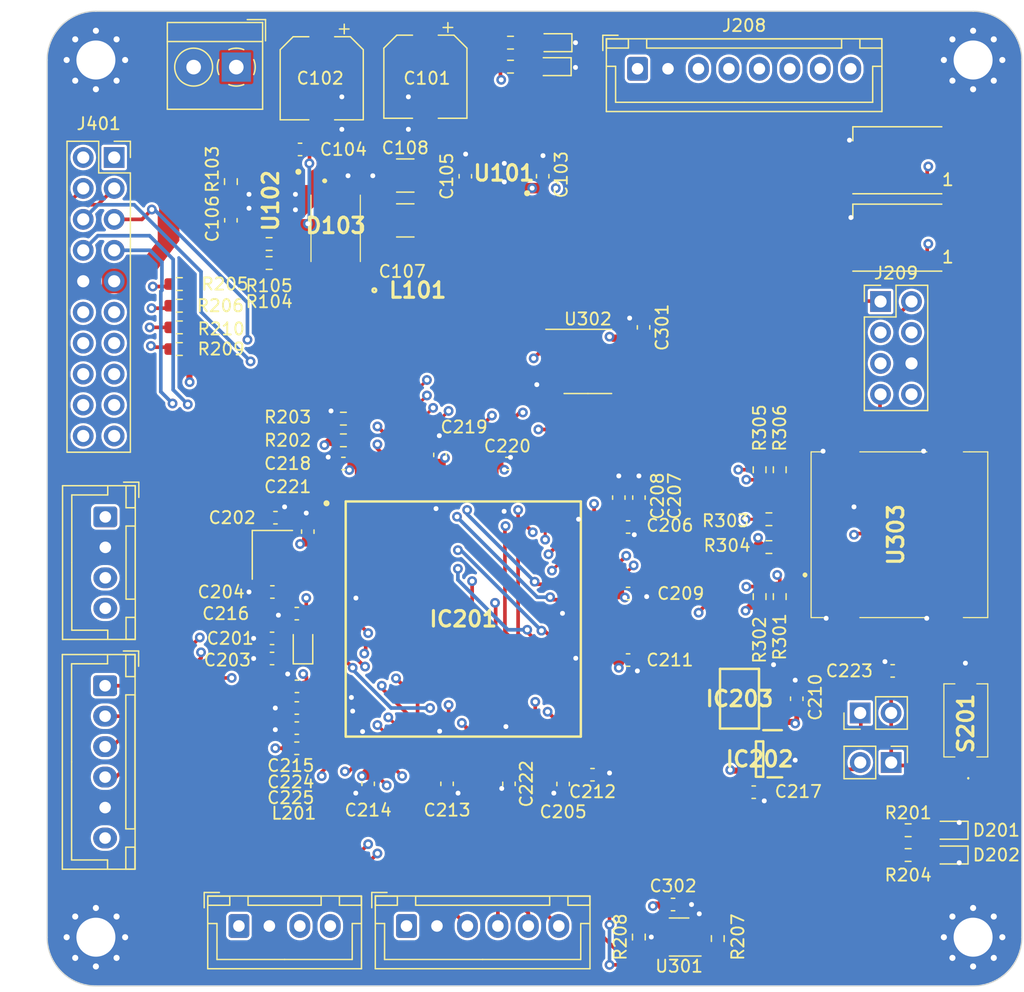
<source format=kicad_pcb>
(kicad_pcb (version 20211014) (generator pcbnew)
  (layers (0 "F.Cu" signal) (1 "In1.Cu" power) (2 "In2.Cu" signal) (31 "B.Cu" power) (34 "B.Paste" user) (35 "F.Paste" user) (36 "B.SilkS" user "B.Silkscreen") (37 "F.SilkS" user "F.Silkscreen") (38 "B.Mask" user) (39 "F.Mask" user) (44 "Edge.Cuts" user))
  (net 0 "")
  (net 1 "+12V")
  (net 2 "GND")
  (net 3 "+3V3")
  (net 4 "Net-(C104-Pad1)")
  (net 5 "/LMR14030_SW")
  (net 6 "+5V")
  (net 7 "Net-(C106-Pad1)")
  (net 8 "/Microcontroller/LSE_IN")
  (net 9 "/Microcontroller/HSE_IN")
  (net 10 "/Microcontroller/LSE_OUT")
  (net 11 "/Microcontroller/HSE_OUT")
  (net 12 "Net-(C205-Pad1)")
  (net 13 "Net-(C206-Pad1)")
  (net 14 "/Microcontroller/NRST")
  (net 15 "+3.3VA")
  (net 16 "Net-(D101-Pad2)")
  (net 17 "Net-(D102-Pad2)")
  (net 18 "Net-(D201-Pad2)")
  (net 19 "Net-(D202-Pad2)")
  (net 20 "/Microcontroller/PWM_LED")
  (net 21 "Net-(D203-Pad2)")
  (net 35 "/Microcontroller/SPI5_CS")
  (net 36 "/Microcontroller/SPI5_SCK")
  (net 37 "/Microcontroller/SPI5_MISO")
  (net 38 "/Microcontroller/SPI5_MOSI")
  (net 44 "/Microcontroller/PA0")
  (net 45 "/Microcontroller/PA1")
  (net 46 "/Microcontroller/UART2_TX")
  (net 47 "/Microcontroller/UART2_RX")
  (net 50 "/Microcontroller/ADC_Sense1")
  (net 52 "/Microcontroller/ADC_Sense2")
  (net 54 "/Microcontroller/ALERT_INA238_1")
  (net 55 "/Microcontroller/ALERT_INA238_2")
  (net 57 "/Microcontroller/PF11")
  (net 58 "/Microcontroller/PF12")
  (net 60 "/Microcontroller/I2C4_SCL")
  (net 61 "/Microcontroller/I2C4_SDA")
  (net 66 "/Microcontroller/TIM1_CH1")
  (net 68 "/Microcontroller/TIM1_CH2")
  (net 73 "/Microcontroller/I2C2_SCL")
  (net 74 "/Microcontroller/I2C2_SDA")
  (net 75 "/Microcontroller/LED2")
  (net 76 "/Microcontroller/LED1")
  (net 79 "/Microcontroller/UART3_TX")
  (net 80 "/Microcontroller/UART3_RX")
  (net 82 "/Microcontroller/D2_DIR")
  (net 83 "/Microcontroller/D2_SPEED")
  (net 87 "/Microcontroller/WDI2")
  (net 88 "/Microcontroller/WDI1")
  (net 91 "/Microcontroller/D1_DRVOFF")
  (net 92 "/Microcontroller/D1_BREAK")
  (net 94 "/Microcontroller/D1_SPEED")
  (net 95 "/Microcontroller/D1_DIR")
  (net 96 "/Memory and Sensor/SDIO_D0")
  (net 97 "/Memory and Sensor/SDIO_D1")
  (net 103 "/Microcontroller/SWDIO")
  (net 104 "/Microcontroller/SWCLK")
  (net 105 "/Memory and Sensor/SDIO_D2")
  (net 106 "/Memory and Sensor/SDIO_D3")
  (net 107 "/Memory and Sensor/SDIO_CLK")
  (net 110 "/Memory and Sensor/SDIO_CMD")
  (net 115 "/Memory and Sensor/FRAM_MOSI")
  (net 116 "/Memory and Sensor/FRAM_MISO")
  (net 117 "/Memory and Sensor/FRAM_CS")
  (net 118 "/Memory and Sensor/FRAM_SCK")
  (net 119 "/Memory and Sensor/FRAM_WP")
  (net 120 "/Memory and Sensor/FRAM_HOLD")
  (net 122 "/Microcontroller/SPI3_CS")
  (net 123 "/Microcontroller/SPI3_SCK")
  (net 124 "/Microcontroller/SPI3_MISO")
  (net 125 "/Microcontroller/SPI3_MOSI")
  (net 126 "/Microcontroller/I2C1_SCL")
  (net 127 "/Microcontroller/I2C1_SDA")
  (net 128 "/Microcontroller/BOOT0")
  (net 133 "Net-(IC202-Pad1)")
  (net 136 "Net-(IC203-Pad7)")
  (net 140 "Net-(R103-Pad1)")
  (net 141 "Net-(R303-Pad2)")
  (net 148 "Net-(R104-Pad2)")
  (footprint "Capacitor_SMD:C_0603_1608Metric" (layer "F.Cu") (at 107.823 113.411 -90)
    (fp_text reference "C213")
    (fp_text value "0.1u")
  )
  (footprint "Capacitor_SMD:C_0603_1608Metric" (layer "F.Cu") (at 115.673 63.541 90)
    (fp_text reference "C103")
    (fp_text value "1uF")
  )
  (footprint "Capacitor_SMD:C_0603_1608Metric" (layer "F.Cu") (at 144.399 104.14 180)
    (fp_text reference "C223")
    (fp_text value "0.1u")
  )
  (footprint "Connector_JST:JST_XH_B6B-XH-A_1x06_P2.50mm_Vertical" (layer "F.Cu") (at 104.494 125.078)
    (fp_text reference "J205" hide)
    (fp_text value "GPIO_Conn")
  )
  (footprint "MountingHole:MountingHole_3.2mm_M3_Pad_Via" (layer "F.Cu") (at 151 54)
    (fp_text reference "H102" hide)
    (fp_text value "M3" hide)
  )
  (footprint "Resistor_SMD:R_0603_1608Metric" (layer "F.Cu") (at 113.03 52.578)
    (fp_text reference "R102" hide)
    (fp_text value "470")
  )
  (footprint "Resistor_SMD:R_0603_1608Metric" (layer "F.Cu") (at 99.314 85.217)
    (fp_text reference "R202")
    (fp_text value "0")
  )
  (footprint "MountingHole:MountingHole_3.2mm_M3_Pad_Via" (layer "F.Cu") (at 151 126)
    (fp_text reference "H104" hide)
    (fp_text value "M3" hide)
  )
  (footprint "Capacitor_SMD:C_0603_1608Metric" (layer "F.Cu") (at 132.9944 114.0968)
    (fp_text reference "C217")
    (fp_text value "0.1u")
  )
  (footprint "SamacSys_Parts:TS1101CW" (layer "F.Cu") (at 150.403 108.204 90)
    (fp_text reference "S201")
    (fp_text value "TS-1101-C-W" hide)
  )
  (footprint "LED_SMD:LED_0603_1608Metric" (layer "F.Cu") (at 149.098 117.221 180)
    (fp_text reference "D201")
    (fp_text value "GREEN")
  )
  (footprint "Connector_PinHeader_2.54mm:PinHeader_2x04_P2.54mm_Vertical" (layer "F.Cu") (at 143.4034 73.8224)
    (fp_text reference "J209")
    (fp_text value "Programming Port")
  )
  (footprint "Capacitor_SMD:C_0603_1608Metric" (layer "F.Cu") (at 95.491 108.839 180)
    (fp_text reference "C225")
    (fp_text value "1u")
  )
  (footprint "Capacitor_SMD:C_0603_1608Metric" (layer "F.Cu") (at 109.323 63.541 90)
    (fp_text reference "C105")
    (fp_text value "10uF")
  )
  (footprint "Resistor_SMD:R_0603_1608Metric" (layer "F.Cu") (at 135.128 98.044 90)
    (fp_text reference "R301")
    (fp_text value "10k")
  )
  (footprint "Capacitor_SMD:C_0603_1608Metric" (layer "F.Cu") (at 90.081 67.155 90)
    (fp_text reference "C106")
    (fp_text value "4.7n")
  )
  (footprint "Crystal:Crystal_SMD_3225-4Pin_3.2x2.5mm" (layer "F.Cu") (at 93.485 94.615 -90)
    (fp_text reference "Y202" hide)
    (fp_text value "16 MHz")
  )
  (footprint "LED_SMD:LED_0603_1608Metric" (layer "F.Cu") (at 149.098 119.253 180)
    (fp_text reference "D202")
    (fp_text value "GREEN")
  )
  (footprint "LED_SMD:LED_0603_1608Metric" (layer "F.Cu") (at 116.522 54.546 180)
    (fp_text reference "D101" hide)
    (fp_text value "GREEN")
  )
  (footprint "Resistor_SMD:R_0603_1608Metric" (layer "F.Cu") (at 130.0425 126.111 -90)
    (fp_text reference "R207")
    (fp_text value "10k")
  )
  (footprint "Resistor_SMD:R_0603_1608Metric" (layer "F.Cu") (at 113.03 54.546)
    (fp_text reference "R101" hide)
    (fp_text value "470")
  )
  (footprint "LED_SMD:LED_WS2812B_PLCC4_5.0x5.0mm_P3.2mm" (layer "F.Cu") (at 144.78 68.58 180)
    (fp_text reference "D203" hide)
    (fp_text value "WS2812B")
  )
  (footprint "Connector_PinHeader_2.54mm:PinHeader_1x02_P2.54mm_Vertical" (layer "F.Cu") (at 141.732 107.5944 90)
    (fp_text reference "J206" hide)
    (fp_text value "WDT1_EN_JUMPER")
  )
  (footprint "MountingHole:MountingHole_3.2mm_M3_Pad_Via" (layer "F.Cu") (at 79 54)
    (fp_text reference "H101" hide)
    (fp_text value "M3" hide)
  )
  (footprint "Capacitor_SMD:C_0603_1608Metric" (layer "F.Cu") (at 93.485 97.663 180)
    (fp_text reference "C204")
    (fp_text value "10p")
  )
  (footprint "Capacitor_SMD:C_0603_1608Metric" (layer "F.Cu") (at 99.314 87.122 180)
    (fp_text reference "C218")
    (fp_text value "0.1u")
  )
  (footprint "Package_SO:SSOP-8_3.9x5.05mm_P1.27mm" (layer "F.Cu") (at 119.38 78.74)
    (fp_text reference "U302")
    (fp_text value "MB85RS64")
  )
  (footprint "Resistor_SMD:R_0603_1608Metric" (layer "F.Cu") (at 123.5655 125.984 -90)
    (fp_text reference "R208")
    (fp_text value "10k")
  )
  (footprint "Crystal:Crystal_SMD_2012-2Pin_2.0x1.2mm" (layer "F.Cu") (at 95.999 102.362 90)
    (fp_text reference "Y201" hide)
    (fp_text value "32.768 kHz")
  )
  (footprint "Capacitor_SMD:C_0603_1608Metric" (layer "F.Cu") (at 95.504 105.41 180)
    (fp_text reference "C215")
    (fp_text value "0.1u")
  )
  (footprint "Resistor_SMD:R_0603_1608Metric" (layer "F.Cu") (at 99.314 83.439 180)
    (fp_text reference "R203")
    (fp_text value "100k")
  )
  (footprint "TerminalBlock_4Ucon:TerminalBlock_4Ucon_1x02_P3.50mm_Horizontal" (layer "F.Cu") (at 90.523 54.583 180)
    (fp_text reference "J101" hide)
    (fp_text value "Terminal Block 2mm 01x02")
  )
  (footprint "Connector_JST:JST_XH_B4B-XH-A_1x04_P2.50mm_Vertical" (layer "F.Cu") (at 90.738 125.078)
    (fp_text reference "J202" hide)
    (fp_text value "UART_Conn")
  )
  (footprint "Capacitor_SMD:C_0603_1608Metric" (layer "F.Cu") (at 112.776 87.122)
    (fp_text reference "C220")
    (fp_text value "0.1u")
  )
  (footprint "SamacSys_Parts:SOT95P280X145-5N" (layer "F.Cu") (at 133.477 111.379 180)
    (fp_text reference "IC202")
    (fp_text value "TPS3828-50QDBVRG4Q" hide)
  )
  (footprint "Capacitor_SMD:CP_Elec_6.3x5.4" (layer "F.Cu") (at 106.045 55.372 -90)
    (fp_text reference "C101")
    (fp_text value "100u")
  )
  (footprint "LED_SMD:LED_0603_1608Metric" (layer "F.Cu") (at 116.586 52.578 180)
    (fp_text reference "D102" hide)
    (fp_text value "GREEN")
  )
  (footprint "Resistor_SMD:R_0603_1608Metric" (layer "F.Cu") (at 85.852 75.946 180)
    (fp_text reference "R210")
    (fp_text value "10k")
  )
  (footprint "Resistor_SMD:R_0603_1608Metric" (layer "F.Cu") (at 93.218 70.6628 180)
    (fp_text reference "R104")
    (fp_text value "100k")
  )
  (footprint "Capacitor_SMD:CP_Elec_6.3x5.4" (layer "F.Cu") (at 97.536 55.499 -90)
    (fp_text reference "C102")
    (fp_text value "47u")
  )
  (footprint "Resistor_SMD:R_0603_1608Metric" (layer "F.Cu") (at 134.239 93.98)
    (fp_text reference "R304")
    (fp_text value "10k")
  )
  (footprint "Capacitor_SMD:C_0603_1608Metric" (layer "F.Cu") (at 122.682 97.79)
    (fp_text reference "C209")
    (fp_text value "0.1u")
  )
  (footprint "Capacitor_SMD:C_0603_1608Metric" (layer "F.Cu") (at 122.682 92.329)
    (fp_text reference "C206")
    (fp_text value "2.2u")
  )
  (footprint "Resistor_SMD:R_0603_1608Metric" (layer "F.Cu") (at 145.669 119.253)
    (fp_text reference "R204")
    (fp_text value "470")
  )
  (footprint "Capacitor_SMD:C_0603_1608Metric" (layer "F.Cu") (at 101.346 113.411 -90)
    (fp_text reference "C214")
    (fp_text value "0.1u")
  )
  (footprint "Capacitor_SMD:C_0603_1608Metric" (layer "F.Cu") (at 122.682 103.251)
    (fp_text reference "C211")
    (fp_text value "0.1u")
  )
  (footprint "Connector_PinSocket_2.54mm:PinSocket_2x10_P2.54mm_Vertical" (layer "F.Cu") (at 80.5 62)
    (fp_text reference "J401")
    (fp_text value "Peripheral Connector")
  )
  (footprint "Capacitor_SMD:C_1210_3225Metric" (layer "F.Cu") (at 104.394 63.483 180)
    (fp_text reference "C108")
    (fp_text value "47u")
  )
  (footprint "Resistor_SMD:R_0603_1608Metric" (layer "F.Cu") (at 145.669 117.221)
    (fp_text reference "R201")
    (fp_text value "470")
  )
  (footprint "Capacitor_SMD:C_0603_1608Metric" (layer "F.Cu") (at 117.348 113.424 -90)
    (fp_text reference "C205")
    (fp_text value "2.2u")
  )
  (footprint "Resistor_SMD:R_0603_1608Metric" (layer "F.Cu") (at 85.852 74.168 180)
    (fp_text reference "R206")
    (fp_text value "10k")
  )
  (footprint "SamacSys_Parts:SON65P300X300X100-9N-D" (layer "F.Cu") (at 112.498 63.287 180)
    (fp_text reference "U101")
    (fp_text value "TPS78511QWDRBRQ1" hide)
  )
  (footprint "Resistor_SMD:R_0603_1608Metric" (layer "F.Cu") (at 85.852 72.39 180)
    (fp_text reference "R205")
    (fp_text value "10k")
  )
  (footprint "Resistor_SMD:R_0603_1608Metric" (layer "F.Cu") (at 133.477 98.044 90)
    (fp_text reference "R302")
    (fp_text value "10k")
  )
  (footprint "Capacitor_SMD:C_0603_1608Metric" (layer "F.Cu") (at 96.393 92.71 90)
    (fp_text reference "C221")
    (fp_text value "0.1u")
  )
  (footprint "Capacitor_SMD:C_0603_1608Metric" (layer "F.Cu") (at 136.525 106.426 90)
    (fp_text reference "C210")
    (fp_text value "0.1u")
  )
  (footprint "Inductor_SMD:L_0603_1608Metric" (layer "F.Cu") (at 95.491 110.49)
    (fp_text reference "L201")
    (fp_text value "47n")
  )
  (footprint "SamacSys_Parts:VLS6045" (layer "F.Cu") (at 105.41 72.898)
    (fp_text reference "L101")
    (fp_text value "6.8u" hide)
  )
  (footprint "Capacitor_SMD:C_0603_1608Metric" (layer "F.Cu") (at 123.571 89.916 90)
    (fp_text reference "C207")
    (fp_text value "4.7u")
  )
  (footprint "Resistor_SMD:R_0603_1608Metric" (layer "F.Cu") (at 85.852 77.724 180)
    (fp_text reference "R209")
    (fp_text value "10k")
  )
  (footprint "Resistor_SMD:R_0603_1608Metric" (layer "F.Cu") (at 90.081 63.98 -90)
    (fp_text reference "R103")
    (fp_text value "23.4k")
  )
  (footprint "SamacSys_Parts:QFP50P2200X2200X160-144N" (layer "F.Cu") (at 109.154 99.884)
    (fp_text reference "IC201")
    (fp_text value "STM32H743ZIT6" hide)
  )
  (footprint "MountingHole:MountingHole_3.2mm_M3_Pad_Via" (layer "F.Cu") (at 79 126)
    (fp_text reference "H103" hide)
    (fp_text value "M3" hide)
  )
  (footprint "Capacitor_SMD:C_0603_1608Metric" (layer "F.Cu") (at 121.92 89.916 90)
    (fp_text reference "C208")
    (fp_text value "0.1u")
  )
  (footprint "LED_SMD:LED_WS2812B_PLCC4_5.0x5.0mm_P3.2mm" (layer "F.Cu") (at 144.78 62.23 180)
    (fp_text reference "D204" hide)
    (fp_text value "WS2812B")
  )
  (footprint "Resistor_SMD:R_0603_1608Metric" (layer "F.Cu") (at 134.239 91.694)
    (fp_text reference "R303")
    (fp_text value "22")
  )
  (footprint "Capacitor_SMD:C_0603_1608Metric" (layer "F.Cu") (at 95.758 61.341)
    (fp_text reference "C104")
    (fp_text value "0.1u")
  )
  (footprint "Resistor_SMD:R_0603_1608Metric" (layer "F.Cu") (at 135.128 87.63 -90)
    (fp_text reference "R306")
    (fp_text value "10k")
  )
  (footprint "Capacitor_SMD:C_0603_1608Metric" (layer "F.Cu") (at 126.3725 123.317)
    (fp_text reference "C302")
    (fp_text value "0.1u")
  )
  (footprint "SamacSys_Parts:472192001" (layer "F.Cu") (at 144.653 92.964 -90)
    (fp_text reference "U303")
    (fp_text value "47219-2001" hide)
  )
  (footprint "Capacitor_SMD:C_0603_1608Metric" (layer "F.Cu") (at 123.952 75.946 90)
    (fp_text reference "C301")
    (fp_text value "0.1u")
  )
  (footprint "Capacitor_SMD:C_0603_1608Metric" (layer "F.Cu") (at 107.2388 86.4108 90)
    (fp_text reference "C219")
    (fp_text value "0.1u")
  )
  (footprint "Connector_PinHeader_2.54mm:PinHeader_1x02_P2.54mm_Vertical" (layer "F.Cu") (at 144.277 111.6584 -90)
    (fp_text reference "J201" hide)
    (fp_text value "WDT2_EN_JUMPER")
  )
  (footprint "Capacitor_SMD:C_0603_1608Metric" (layer "F.Cu") (at 93.459 103.124 180)
    (fp_text reference "C203")
    (fp_text value "4p")
  )
  (footprint "Capacitor_SMD:C_0603_1608Metric" (layer "F.Cu") (at 119.761 112.662)
    (fp_text reference "C212")
    (fp_text value "0.1u")
  )
  (footprint "Connector_JST:JST_XH_B4B-XH-A_1x04_P2.50mm_Vertical" (layer "F.Cu") (at 79.773 91.5 -90)
    (fp_text reference "J203" hide)
    (fp_text value "I2C_Conn_1")
  )
  (footprint "Capacitor_SMD:C_0603_1608Metric" (layer "F.Cu") (at 93.459 101.473 180)
    (fp_text reference "C201")
    (fp_text value "4p")
  )
  (footprint "Connector_JST:JST_XH_B6B-XH-A_1x06_P2.50mm_Vertical" (layer "F.Cu") (at 79.756 105.3592 -90)
    (fp_text reference "J204" hide)
    (fp_text value "SPI_Conn")
  )
  (footprint "Capacitor_SMD:C_0603_1608Metric" (layer "F.Cu") (at 93.739 91.567)
    (fp_text reference "C202")
    (fp_text value "10p")
  )
  (footprint "SamacSys_Parts:SON80P400X400X80-11N-D" (layer "F.Cu") (at 93.345 65.549 -90)
    (fp_text reference "U102")
    (fp_text value "LMR14030QDPRRQ1" hide)
  )
  (footprint "Capacitor_SMD:C_1210_3225Metric" (layer "F.Cu") (at 104.394 67.166 180)
    (fp_text reference "C107")
    (fp_text value "47u")
  )
  (footprint "Capacitor_SMD:C_0603_1608Metric" (layer "F.Cu") (at 95.491 99.441 180)
    (fp_text reference "C216")
    (fp_text value "0.1u")
  )
  (footprint "SamacSys_Parts:SDT5100LP513" (layer "F.Cu") (at 98.679 67.818 180)
    (fp_text reference "D103")
    (fp_text value "SDT5100LP5-13" hide)
  )
  (footprint "Resistor_SMD:R_0603_1608Metric" (layer "F.Cu") (at 93.218 69.105)
    (fp_text reference "R105")
    (fp_text value "17.8k")
  )
  (footprint "Connector_JST:JST_XH_B8B-XH-A_1x08_P2.50mm_Vertical" (layer "F.Cu") (at 123.457 54.72)
    (fp_text reference "J208")
    (fp_text value "Encoder_Conn")
  )
  (footprint "Resistor_SMD:R_0603_1608Metric" (layer "F.Cu") (at 133.477 87.63 -90)
    (fp_text reference "R305")
    (fp_text value "10k")
  )
  (footprint "Capacitor_SMD:C_0603_1608Metric" (layer "F.Cu") (at 112.903 113.411 -90)
    (fp_text reference "C222")
    (fp_text value "0.1u")
  )
  (footprint "Capacitor_SMD:C_0603_1608Metric" (layer "F.Cu") (at 95.491 107.188 180)
    (fp_text reference "C224")
    (fp_text value "0.1u")
  )
  (footprint "SamacSys_Parts:SOIC127P600X175-8N" (layer "F.Cu") (at 131.826 106.426 180)
    (fp_text reference "IC203")
    (fp_text value "MAX706RESA+T" hide)
  )
  (footprint "Package_TO_SOT_SMD:SOT-23-6" (layer "F.Cu") (at 126.8675 125.984 180)
    (fp_text reference "U301")
    (fp_text value "TMP100")
  )
  (gr_arc (start 155 126) (mid 153.828427 128.828427) (end 151 130) (layer "Edge.Cuts") (width 0.1))
  (gr_line (start 75 126) (end 75 54) (layer "Edge.Cuts") (width 0.1))
  (gr_line (start 79 50) (end 151 50) (layer "Edge.Cuts") (width 0.1))
  (gr_arc (start 151 50) (mid 153.828427 51.171573) (end 155 54) (layer "Edge.Cuts") (width 0.1))
  (gr_arc (start 75 54) (mid 76.171573 51.171573) (end 79 50) (layer "Edge.Cuts") (width 0.1))
  (gr_arc (start 79 130) (mid 76.171573 128.828427) (end 75 126) (layer "Edge.Cuts") (width 0.1))
  (gr_line (start 155 54) (end 155 126) (layer "Edge.Cuts") (width 0.1))
  (gr_line (start 151 130) (end 79 130) (layer "Edge.Cuts") (width 0.1))
  (segment (start 116.586 64.516) (end 116.7475 64.516) (width 0.3) (layer "F.Cu") (net 0))
  (via (at 116.7475 64.516) (size 0.8) (drill 0.4) (layers "F.Cu" "B.Cu") (net 0))
  (segment (start 107.404 89.146) (end 107.404 90.335) (width 0.3) (layer "F.Cu") (net 2))
  (segment (start 98.489 82.995) (end 98.298 82.804) (width 0.5) (layer "F.Cu") (net 2))
  (segment (start 134.727 111.379) (end 136.3093 111.379) (width 0.3) (layer "F.Cu") (net 2))
  (segment (start 119.892 98.134) (end 118.5788 98.134) (width 0.3) (layer "F.Cu") (net 2))
  (segment (start 112.498 63.984) (end 112.522 64.008) (width 0.3) (layer "F.Cu") (net 2))
  (segment (start 150.403 104.504) (end 150.403 103.54) (width 0.3) (layer "F.Cu") (net 2))
  (segment (start 92.71 95.79) (end 92.635 95.715) (width 0.3) (layer "F.Cu") (net 2))
  (segment (start 97.911 58.299) (end 97.536 58.299) (width 0.3) (layer "F.Cu") (net 2))
  (segment (start 134.538 104.521) (end 134.538 103.714) (width 0.4) (layer "F.Cu") (net 2))
  (segment (start 92.092 65.549) (end 91.567 65.024) (width 0.3) (layer "F.Cu") (net 2))
  (segment (start 149.86 119.888) (end 149.8855 119.8625) (width 0.3) (layer "F.Cu") (net 2))
  (segment (start 115.673 61.873) (end 115.697 61.849) (width 0.3) (layer "F.Cu") (net 2))
  (segment (start 138.701 86.089) (end 138.684 86.106) (width 0.4) (layer "F.Cu") (net 2))
  (segment (start 107.404 90.335) (end 106.917493 90.821507) (width 0.3) (layer "F.Cu") (net 2))
  (segment (start 134.538 105.791) (end 136.385 105.791) (width 0.4) (layer "F.Cu") (net 2))
  (segment (start 117.3735 52.578) (end 118.364 52.578) (width 0.4) (layer "F.Cu") (net 2))
  (segment (start 122.822 75.171) (end 122.809 75.184) (width 0.3) (layer "F.Cu") (net 2))
  (segment (start 112.404 90.941) (end 112.505877 91.042877) (width 0.3) (layer "F.Cu") (net 2))
  (segment (start 123.952 75.171) (end 122.822 75.171) (width 0.3) (layer "F.Cu") (net 2))
  (segment (start 94.729 105.41) (end 94.729 104.407) (width 0.5) (layer "F.Cu") (net 2))
  (segment (start 107.40352 110.5408) (end 107.40352 109.28312) (width 0.3) (layer "F.Cu") (net 2))
  (segment (start 100.904 110.622) (end 100.904 109.1336) (width 0.3) (layer "F.Cu") (net 2))
  (segment (start 107.2388 85.6358) (end 107.2388 84.8868) (width 0.5) (layer "F.Cu") (net 2))
  (segment (start 149.8855 117.221) (end 149.8855 116.6115) (width 0.3) (layer "F.Cu") (net 2))
  (segment (start 93.345 65.549) (end 92.185 65.549) (width 0.3) (layer "F.Cu") (net 2))
  (segment (start 92.71 97.663) (end 92.71 95.79) (width 0.3) (layer "F.Cu") (net 2))
  (segment (start 128.005 125.034) (end 128.005 124.598) (width 0.5) (layer "F.Cu") (net 2))
  (segment (start 127.1475 123.317) (end 127.889 123.317) (width 0.4) (layer "F.Cu") (net 2))
  (segment (start 147.21 99.839) (end 147.193 99.822) (width 0.4) (layer "F.Cu") (net 2))
  (segment (start 112.903 114.186) (end 112.705954 114.186) (width 0.3) (layer "F.Cu") (net 2))
  (segment (start 141.021 66.98) (end 140.97 66.929) (width 0.4) (layer "F.Cu") (net 2))
  (segment (start 120.536 112.662) (end 121.018 112.662) (width 0.3) (layer "F.Cu") (net 2))
  (segment (start 134.538 103.714) (end 134.62 103.632) (width 0.4) (layer "F.Cu") (net 2))
  (segment (start 149.8855 116.6115) (end 149.86 116.586) (width 0.3) (layer "F.Cu") (net 2))
  (segment (start 143.624 103.518) (end 143.764 103.378) (width 0.3) (layer "F.Cu") (net 2))
  (segment (start 140.9069 60.63) (end 140.8559 60.579) (width 0.4) (layer "F.Cu") (net 2))
  (segment (start 134.538 105.791) (end 134.538 104.521) (width 0.4) (layer "F.Cu") (net 2))
  (segment (start 99.870337 98.634) (end 100.342911 98.161426) (width 0.3) (layer "F.Cu") (net 2))
  (segment (start 93.345 65.549) (end 92.092 65.549) (width 0.3) (layer "F.Cu") (net 2))
  (segment (start 142.853 90.669) (end 141.233 90.669) (width 0.4) (layer "F.Cu") (net 2))
  (segment (start 119.892 91.634) (end 118.678 91.634) (width 0.3) (layer "F.Cu") (net 2))
  (segment (start 94.632 65.549) (end 95.377 66.294) (width 0.3) (layer "F.Cu") (net 2))
  (segment (start 110.998 62.312) (end 111.6272 62.312) (width 0.3) (layer "F.Cu") (net 2))
  (segment (start 133.7694 114.7194) (end 133.858 114.808) (width 0.3) (layer "F.Cu") (net 2))
  (segment (start 99.187 57.023) (end 97.911 58.299) (width 0.3) (layer "F.Cu") (net 2))
  (segment (start 94.716 108.839) (end 94.716 105.423) (width 0.5) (layer "F.Cu") (net 2))
  (segment (start 109.323 62.766) (end 109.323 61.746) (width 0.3) (layer "F.Cu") (net 2))
  (segment (start 94.514 91.567) (end 94.514 90.704) (width 0.3) (layer "F.Cu") (net 2))
  (segment (start 92.684 101.473) (end 91.948 101.473) (width 0.4) (layer "F.Cu") (net 2))
  (segment (start 121.92 89.141) (end 121.92 88.138) (width 0.3) (layer "F.Cu") (net 2))
  (segment (start 106.045 58.172) (end 106.045 58.293) (width 0.3) (layer "F.Cu") (net 2))
  (segment (start 94.716 105.423) (end 94.729 105.41) (width 0.5) (layer "F.Cu") (net 2))
  (segment (start 102.919 63.483) (end 101.744 63.483) (width 0.3) (layer "F.Cu") (net 2))
  (segment (start 106.045 58.293) (end 104.648 59.69) (width 0.3) (layer "F.Cu") (net 2))
  (segment (start 112.498 62.508) (end 112.522 62.484) (width 0.3) (layer "F.Cu") (net 2))
  (segment (start 116.705 80.645) (end 115.189 80.645) (width 0.3) (layer "F.Cu") (net 2))
  (segment (start 150.403 103.54) (end 150.368 103.505) (width 0.3) (layer "F.Cu") (net 2))
  (segment (start 107.40352 109.28312) (end 107.2134 109.093) (width 0.3) (layer "F.Cu") (net 2))
  (segment (start 124.206 98.044) (end 123.952 97.79) (width 0.4) (layer "F.Cu") (net 2))
  (segment (start 105.797 58.172) (end 104.648 57.023) (width 0.3) (layer "F.Cu") (net 2))
  (segment (start 118.3 54.546) (end 118.364 54.61) (width 0.4) (layer "F.Cu") (net 2))
  (segment (start 97.796 58.299) (end 99.187 59.69) (width 0.3) (layer "F.Cu") (net 2))
  (segment (start 98.416 106.134) (end 99.784 106.134) (width 0.3) (layer "F.Cu") (net 2))
  (segment (start 94.716 107.188) (end 93.726 107.188) (width 0.3) (layer "F.Cu") (net 2))
  (segment (start 94.852 65.549) (end 95.377 65.024) (width 0.3) (layer "F.Cu") (net 2))
  (segment (start 98.539 87.122) (end 98.539 87.065046) (width 0.5) (layer "F.Cu") (net 2))
  (segment (start 123.457 103.251) (end 123.457 104.127) (width 0.3) (layer "F.Cu") (net 2))
  (segment (start 133.7694 114.0968) (end 133.7694 114.7194) (width 0.3) (layer "F.Cu") (net 2))
  (segment (start 99.599 64.962) (end 99.599 63.596) (width 0.3) (layer "F.Cu") (net 2))
  (segment (start 107.2388 84.8868) (end 107.188 84.836) (width 0.5) (layer "F.Cu") (net 2))
  (segment (start 94.514 91.567) (end 94.514 93.336) (width 0.3) (layer "F.Cu") (net 2))
  (segment (start 112.705954 114.186) (end 112.310278 113.790324) (width 0.3) (layer "F.Cu") (net 2))
  (segment (start 136.3093 111.379) (end 136.398 111.4677) (width 0.3) (layer "F.Cu") (net 2))
  (segment (start 101.346 114.186) (end 100.343 114.186) (width 0.4) (layer "F.Cu") (net 2))
  (segment (start 118.917954 103.634) (end 118.385977 103.102023) (width 0.3) (layer "F.Cu") (net 2))
  (segment (start 125.73 125.984) (end 124.587 125.984) (width 0.3) (layer "F.Cu") (net 2))
  (segment (start 96.393 91.313) (end 96.266 91.186) (width 0.3) (layer "F.Cu") (net 2))
  (segment (start 136.525 105.029) (end 136.398 104.902) (width 0.4) (layer "F.Cu") (net 2))
  (segment (start 92.71 97.663) (end 91.567 97.663) (width 0.3) (layer "F.Cu") (net 2))
  (segment (start 141.233 90.669) (end 141.224 90.678) (width 0.4) (layer "F.Cu") (net 2))
  (segment (start 99.784 106.134) (end 99.970977 106.320977) (width 0.3) (layer "F.Cu") (net 2))
  (segment (start 146.956 86.089) (end 146.939 86.106) (width 0.4) (layer "F.Cu") (net 2))
  (segment (start 94.514 93.336) (end 94.335 93.515) (width 0.3) (layer "F.Cu") (net 2))
  (segment (start 112.498 63.287) (end 112.498 63.984) (width 0.3) (layer "F.Cu") (net 2))
  (segment (start 96.393 91.935) (end 96.393 91.313) (width 0.3) (layer "F.Cu") (net 2))
  (segment (start 112.498 63.287) (end 112.498 62.508) (width 0.3) (layer "F.Cu") (net 2))
  (segment (start 149.8855 119.8625) (end 149.8855 119.253) (width 0.3) (layer "F.Cu") (net 2))
  (segment (start 118.5788 98.134) (end 117.2972 99.4156) (width 0.3) (layer "F.Cu") (net 2))
  (segment (start 98.539 87.065046) (end 98.065977 86.592023) (width 0.5) (layer "F.Cu") (net 2))
  (segment (start 108.7115 114.186) (end 108.7245 114.173) (width 0.3) (layer "F.Cu") (net 2))
  (segment (start 123.952 97.79) (end 123.457 97.79) (width 0.4) (layer "F.Cu") (net 2))
  (segment (start 119.892 103.634) (end 118.917954 103.634) (width 0.3) (layer "F.Cu") (net 2))
  (segment (start 123.19 92.964) (end 123.457 92.697) (width 0.3) (layer "F.Cu") (net 2))
  (segment (start 100.904 109.1336) (end 100.8888 109.1184) (width 0.3) (layer "F.Cu") (net 2))
  (segment (start 94.716 99.441) (end 94.107 99.441) (width 0.3) (layer "F.Cu") (net 2))
  (segment (start 113.551 87.122) (end 113.538 87.122) (width 0.5) (layer "F.Cu") (net 2))
  (segment (start 98.489 83.439) (end 98.489 82.995) (width 0.5) (layer "F.Cu") (net 2))
  (segment (start 106.045 58.172) (end 105.797 58.172) (width 0.3) (layer "F.Cu") (net 2))
  (segment (start 138.955 99.839) (end 138.938 99.822) (width 0.4) (layer "F.Cu") (net 2))
  (segment (start 98.416 98.634) (end 99.870337 98.634) (width 0.3) (layer "F.Cu") (net 2))
  (segment (start 112.404 89.146) (end 112.404 90.941) (width 0.3) (layer "F.Cu") (net 2))
  (segment (start 99.599 63.596) (end 99.695 63.5) (width 0.3) (layer "F.Cu") (net 2))
  (segment (start 112.404 108.961511) (end 112.6535 108.712011) (width 0.3) (layer "F.Cu") (net 2))
  (segment (start 94.107 99.441) (end 93.98 99.568) (width 0.3) (layer "F.Cu") (net 2))
  (segment (start 128.005 125.984) (end 128.005 125.034) (width 0.5) (layer "F.Cu") (net 2))
  (segment (start 94.729 104.407) (end 94.742 104.394) (width 0.5) (layer "F.Cu") (net 2))
  (segment (start 93.726 108.966) (end 93.853 108.839) (width 0.5) (layer "F.Cu") (net 2))
  (segment (start 121.018 112.662) (end 121.158 112.522) (width 0.3) (layer "F.Cu") (net 2))
  (segment (start 148.553 86.089) (end 146.956 86.089) (width 0.4) (layer "F.Cu") (net 2))
  (segment (start 140.253 99.839) (end 138.955 99.839) (width 0.4) (layer "F.Cu") (net 2))
  (segment (start 140.253 86.089) (end 138.701 86.089) (width 0.4) (layer "F.Cu") (net 2))
  (segment (start 142.33 60.63) (end 140.9069 60.63) (width 0.4) (layer "F.Cu") (net 2))
  (segment (start 98.416 107.134) (end 99.768 107.134) (width 0.3) (layer "F.Cu") (net 2))
  (segment (start 136.525 105.651) (end 136.525 105.029) (width 0.4) (layer "F.Cu") (net 2))
  (segment (start 148.553 99.839) (end 147.21 99.839) (width 0.4) (layer "F.Cu") (net 2))
  (segment (start 115.673 62.766) (end 115.673 61.873) (width 0.3) (layer "F.Cu") (net 2))
  (segment (start 116.586 114.173) (end 116.612 114.199) (width 0.3) (layer "F.Cu") (net 2))
  (segment (start 93.345 65.549) (end 94.852 65.549) (width 0.3) (layer "F.Cu") (net 2))
  (segment (start 117.3095 54.546) (end 118.3 54.546) (width 0.4) (layer "F.Cu") (net 2))
  (segment (start 93.853 108.839) (end 94.716 108.839) (width 0.5) (layer "F.Cu") (net 2))
  (segment (start 116.612 114.199) (end 117.348 114.199) (width 0.3) (layer "F.Cu") (net 2))
  (segment (start 100.343 114.186) (end 100.33 114.173) (width 0.4) (layer "F.Cu") (net 2))
  (segment (start 94.514 90.704) (end 94.488 90.678) (width 0.3) (layer "F.Cu") (net 2))
  (segment (start 109.323 61.746) (end 109.347 61.722) (width 0.3) (layer "F.Cu") (net 2))
  (segment (start 107.40352 110.622) (end 107.40352 110.5408) (width 0.3) (layer "F.Cu") (net 2))
  (segment (start 93.345 65.549) (end 94.632 65.549) (width 0.3) (layer "F.Cu") (net 2))
  (segment (start 123.571 89.141) (end 123.571 88.138) (width 0.3) (layer "F.Cu") (net 2))
  (segment (start 113.538 87.122) (end 113.03 86.614) (width 0.5) (layer "F.Cu") (net 2))
  (segment (start 142.33 66.98) (end 141.021 66.98) (width 0.4) (layer "F.Cu") (net 2))
  (segment (start 118.678 91.634) (end 118.618 91.694) (width 0.3) (layer "F.Cu") (net 2))
  (segment (start 112.404 110.622) (end 112.404 108.961511) (width 0.3) (layer "F.Cu") (net 2))
  (segment (start 143.624 104.14) (end 143.624 103.518) (width 0.3) (layer "F.Cu") (net 2))
  (segment (start 123.457 92.697) (end 123.457 92.329) (width 0.3) (layer "F.Cu") (net 2))
  (segment (start 92.684 103.124) (end 91.948 103.124) (width 0.4) (layer "F.Cu") (net 2))
  (segment (start 111.6272 62.312) (end 111.633 62.3062) (width 0.3) (layer "F.Cu") (net 2))
  (segment (start 97.536 58.299) (end 97.796 58.299) (width 0.3) (layer "F.Cu") (net 2))
  (segment (start 136.385 105.791) (end 136.525 105.651) (width 0.4) (layer "F.Cu") (net 2))
  (segment (start 92.185 65.549) (end 91.567 66.167) (width 0.3) (layer "F.Cu") (net 2))
  (segment (start 128.005 124.598) (end 128.524 124.079) (width 0.5) (layer "F.Cu") (net 2))
  (segment (start 123.457 104.127) (end 123.444 104.14) (width 0.3) (layer "F.Cu") (net 2))
  (segment (start 107.823 114.186) (end 108.7115 114.186) (width 0.3) (layer "F.Cu") (net 2))
  (segment (start 99.768 107.134) (end 100.076 107.442) (width 0.3) (layer "F.Cu") (net 2))
  (segment (start 107.404 110.622) (end 107.40352 110.622) (width 0.3) (layer "F.Cu") (net 2))
  (segment (start 101.744 63.483) (end 101.727 63.5) (width 0.3) (layer "F.Cu") (net 2))
  (via (at 112.505877 91.042877) (size 0.8) (drill 0.4) (layers "F.Cu" "B.Cu") (net 2))
  (via (at 124.206 98.044) (size 0.8) (drill 0.4) (layers "F.Cu" "B.Cu") (net 2))
  (via (at 112.522 64.008) (size 0.8) (drill 0.4) (layers "F.Cu" "B.Cu") (net 2))
  (via (at 93.726 108.966) (size 0.8) (drill 0.4) (layers "F.Cu" "B.Cu") (net 2))
  (via (at 117.2972 99.4156) (size 0.8) (drill 0.4) (layers "F.Cu" "B.Cu") (net 2))
  (via (at 149.86 119.888) (size 0.8) (drill 0.4) (layers "F.Cu" "B.Cu") (net 2))
  (via (at 140.97 66.929) (size 0.8) (drill 0.4) (layers "F.Cu" "B.Cu") (net 2))
  (via (at 118.364 54.61) (size 0.8) (drill 0.4) (layers "F.Cu" "B.Cu") (net 2))
  (via (at 147.193 99.822) (size 0.8) (drill 0.4) (layers "F.Cu" "B.Cu") (net 2))
  (via (at 138.684 86.106) (size 0.8) (drill 0.4) (layers "F.Cu" "B.Cu") (net 2))
  (via (at 118.618 91.694) (size 0.8) (drill 0.4) (layers "F.Cu" "B.Cu") (net 2))
  (via (at 138.938 99.822) (size 0.8) (drill 0.4) (layers "F.Cu" "B.Cu") (net 2))
  (via (at 134.62 103.632) (size 0.8) (drill 0.4) (layers "F.Cu" "B.Cu") (net 2))
  (via (at 118.385977 103.102023) (size 0.8) (drill 0.4) (layers "F.Cu" "B.Cu") (net 2))
  (via (at 113.03 86.614) (size 0.8) (drill 0.4) (layers "F.Cu" "B.Cu") (net 2))
  (via (at 100.342911 98.161426) (size 0.8) (drill 0.4) (layers "F.Cu" "B.Cu") (net 2))
  (via (at 91.948 101.473) (size 0.8) (drill 0.4) (layers "F.Cu" "B.Cu") (net 2))
  (via (at 124.587 125.984) (size 0.8) (drill 0.4) (layers "F.Cu" "B.Cu") (net 2))
  (via (at 99.187 59.69) (size 0.8) (drill 0.4) (layers "F.Cu" "B.Cu") (net 2))
  (via (at 104.648 59.69) (size 0.8) (drill 0.4) (layers "F.Cu" "B.Cu") (net 2))
  (via (at 109.347 61.722) (size 0.8) (drill 0.4) (layers "F.Cu" "B.Cu") (net 2))
  (via (at 112.6535 108.712011) (size 0.8) (drill 0.4) (layers "F.Cu" "B.Cu") (net 2))
  (via (at 95.377 66.294) (size 0.8) (drill 0.4) (layers "F.Cu" "B.Cu") (net 2))
  (via (at 108.7245 114.173) (size 0.8) (drill 0.4) (layers "F.Cu" "B.Cu") (net 2))
  (via (at 112.310278 113.790324) (size 0.8) (drill 0.4) (layers "F.Cu" "B.Cu") (net 2))
  (via (at 146.939 86.106) (size 0.8) (drill 0.4) (layers "F.Cu" "B.Cu") (net 2))
  (via (at 140.8559 60.579) (size 0.8) (drill 0.4) (layers "F.Cu" "B.Cu") (net 2))
  (via (at 136.398 104.902) (size 0.8) (drill 0.4) (layers "F.Cu" "B.Cu") (net 2))
  (via (at 101.727 63.5) (size 0.8) (drill 0.4) (layers "F.Cu" "B.Cu") (net 2))
  (via (at 141.224 90.678) (size 0.8) (drill 0.4) (layers "F.Cu" "B.Cu") (net 2))
  (via (at 123.19 92.964) (size 0.8) (drill 0.4) (layers "F.Cu" "B.Cu") (net 2))
  (via (at 95.377 65.024) (size 0.8) (drill 0.4) (layers "F.Cu" "B.Cu") (net 2))
  (via (at 100.076 107.442) (size 0.8) (drill 0.4) (layers "F.Cu" "B.Cu") (net 2))
  (via (at 123.444 104.14) (size 0.8) (drill 0.4) (layers "F.Cu" "B.Cu") (net 2))
  (via (at 107.2134 109.093) (size 0.8) (drill 0.4) (layers "F.Cu" "B.Cu") (net 2))
  (via (at 93.726 107.188) (size 0.8) (drill 0.4) (layers "F.Cu" "B.Cu") (net 2))
  (via (at 107.188 84.836) (size 0.8) (drill 0.4) (layers "F.Cu" "B.Cu") (net 2))
  (via (at 121.158 112.522) (size 0.8) (drill 0.4) (layers "F.Cu" "B.Cu") (net 2))
  (via (at 116.586 114.173) (size 0.8) (drill 0.4) (layers "F.Cu" "B.Cu") (net 2))
  (via (at 122.809 75.184) (size 0.8) (drill 0.4) (layers "F.Cu" "B.Cu") (net 2))
  (via (at 99.695 63.5) (size 0.8) (drill 0.4) (layers "F.Cu" "B.Cu") (net 2))
  (via (at 99.187 57.023) (size 0.8) (drill 0.4) (layers "F.Cu" "B.Cu") (net 2))
  (via (at 118.364 52.578) (size 0.8) (drill 0.4) (layers "F.Cu" "B.Cu") (net 2))
  (via (at 127.889 123.317) (size 0.8) (drill 0.4) (layers "F.Cu" "B.Cu") (net 2))
  (via (at 121.92 88.138) (size 0.8) (drill 0.4) (layers "F.Cu" "B.Cu") (net 2))
  (via (at 112.522 62.484) (size 0.8) (drill 0.4) (layers "F.Cu" "B.Cu") (net 2))
  (via (at 98.298 82.804) (size 0.8) (drill 0.4) (layers "F.Cu" "B.Cu") (net 2))
  (via (at 98.065977 86.592023) (size 0.8) (drill 0.4) (layers "F.Cu" "B.Cu") (net 2))
  (via (at 143.764 103.378) (size 0.8) (drill 0.4) (layers "F.Cu" "B.Cu") (net 2))
  (via (at 91.567 66.167) (size 0.8) (drill 0.4) (layers "F.Cu" "B.Cu") (net 2))
  (via (at 106.917493 90.821507) (size 0.8) (drill 0.4) (layers "F.Cu" "B.Cu") (net 2))
  (via (at 150.368 103.505) (size 0.8) (drill 0.4) (layers "F.Cu" "B.Cu") (net 2))
  (via (at 100.33 114.173) (size 0.8) (drill 0.4) (layers "F.Cu" "B.Cu") (net 2))
  (via (at 115.189 80.645) (size 0.8) (drill 0.4) (layers "F.Cu" "B.Cu") (net 2))
  (via (at 91.567 97.663) (size 0.8) (drill 0.4) (layers "F.Cu" "B.Cu") (net 2))
  (via (at 100.8888 109.1184) (size 0.8) (drill 0.4) (layers "F.Cu" "B.Cu") (net 2))
  (via (at 94.488 90.678) (size 0.8) (drill 0.4) (layers "F.Cu" "B.Cu") (net 2))
  (via (at 91.567 65.024) (size 0.8) (drill 0.4) (layers "F.Cu" "B.Cu") (net 2))
  (via (at 128.524 124.079) (size 0.8) (drill 0.4) (layers "F.Cu" "B.Cu") (net 2))
  (via (at 96.266 91.186) (size 0.8) (drill 0.4) (layers "F.Cu" "B.Cu") (net 2))
  (via (at 133.858 114.808) (size 0.8) (drill 0.4) (layers "F.Cu" "B.Cu") (net 2))
  (via (at 93.98 99.568) (size 0.8) (drill 0.4) (layers "F.Cu" "B.Cu") (net 2))
  (via (at 104.648 57.023) (size 0.8) (drill 0.4) (layers "F.Cu" "B.Cu") (net 2))
  (via (at 115.697 61.849) (size 0.8) (drill 0.4) (layers "F.Cu" "B.Cu") (net 2))
  (via (at 149.86 116.586) (size 0.8) (drill 0.4) (layers "F.Cu" "B.Cu") (net 2))
  (via (at 123.571 88.138) (size 0.8) (drill 0.4) (layers "F.Cu" "B.Cu") (net 2))
  (via (at 91.948 103.124) (size 0.8) (drill 0.4) (layers "F.Cu" "B.Cu") (net 2))
  (via (at 94.742 104.394) (size 0.8) (drill 0.4) (layers "F.Cu" "B.Cu") (net 2))
  (via (at 99.970977 106.320977) (size 0.8) (drill 0.4) (layers "F.Cu" "B.Cu") (net 2))
  (via (at 136.398 111.4677) (size 0.8) (drill 0.4) (layers "F.Cu" "B.Cu") (net 2))
  (segment (start 133.477 98.869) (end 132.655552 98.869) (width 0.5) (layer "F.Cu") (net 3))
  (segment (start 98.416 105.634) (end 96.503 105.634) (width 0.3) (layer "F.Cu") (net 3))
  (segment (start 101.346 112.636) (end 100.978 112.636) (width 0.3) (layer "F.Cu") (net 3))
  (segment (start 147.23 69.178) (end 147.32 69.088) (width 0.3) (layer "F.Cu") (net 3))
  (segment (start 96.279 104.661) (end 96.012 104.394) (width 0.3) (layer "F.Cu") (net 3))
  (segment (start 119.892 97.634) (end 121.751 97.634) (width 0.3) (layer "F.Cu") (net 3))
  (segment (start 95.999 93.485) (end 95.758 93.726) (width 0.3) (layer "F.Cu") (net 3))
  (segment (start 142.853 92.869) (end 141.319 92.869) (width 0.3) (layer "F.Cu") (net 3))
  (segment (start 117.90352 111.57952) (end 117.90352 110.62248) (width 0.3) (layer "F.Cu") (net 3))
  (segment (start 119.892 103.134) (end 121.79 103.134) (width 0.3) (layer "F.Cu") (net 3))
  (segment (start 121.907 103.873) (end 121.92 103.886) (width 0.3) (layer "F.Cu") (net 3))
  (segment (start 97.757035 85.608989) (end 98.149024 85.217) (width 0.5) (layer "F.Cu") (net 3))
  (segment (start 96.266 98.1581) (end 96.266 99.441) (width 0.3) (layer "F.Cu") (net 3))
  (segment (start 98.416 93.634) (end 96.542 93.634) (width 0.3) (layer "F.Cu") (net 3))
  (segment (start 99.800023 87.651977) (end 100.089 87.363) (width 0.3) (layer "F.Cu") (net 3))
  (segment (start 118.986 112.662) (end 117.90352 111.57952) (width 0.3) (layer "F.Cu") (net 3))
  (segment (start 131.125 112.329) (end 131.064 112.268) (width 0.5) (layer "F.Cu") (net 3))
  (segment (start 147.23 63.83) (end 147.23 62.828) (width 0.3) (layer "F.Cu") (net 3))
  (segment (start 122.410989 98.11578) (end 122.085209 97.79) (width 0.3) (layer "F.Cu") (net 3))
  (segment (start 94.7035 110.49) (end 93.726 110.49) (width 0.3) (layer "F.Cu") (net 3))
  (segment (start 107.904 110.622) (end 107.904 112.555) (width 0.3) (layer "F.Cu") (net 3))
  (segment (start 112.205 55.563) (end 112.268 55.626) (width 0.3) (layer "F.Cu") (net 3))
  (segment (start 122.169 76.721) (end 122.055 76.835) (width 0.4) (layer "F.Cu") (net 3))
  (segment (start 147.23 70.18) (end 147.23 69.178) (width 0.3) (layer "F.Cu") (net 3))
  (segment (start 121.158 90.678) (end 121.907 90.678) (width 0.3) (layer "F.Cu") (net 3))
  (segment (start 107.2388 87.084179) (end 107.6545 86.668479) (width 0.5) (layer "F.Cu") (net 3))
  (segment (start 112.014 87.122) (end 112.522 87.63) (width 0.5) (layer "F.Cu") (net 3))
  (segment (start 136.525 108.331) (end 136.398 108.458) (width 0.4) (layer "F.Cu") (net 3))
  (segment (start 86.677 80.421754) (end 86.677 72.39) (width 0.5) (layer "F.Cu") (net 3))
  (segment (start 134.538 107.061) (end 136.385 107.061) (width 0.4) (layer "F.Cu") (net 3))
  (segment (start 121.907 103.251) (end 121.907 103.873) (width 0.3) (layer "F.Cu") (net 3))
  (segment (start 123.8175 125.034) (end 123.5655 125.286) (width 0.5) (layer "F.Cu") (net 3))
  (segment (start 122.085209 97.79) (end 121.907 97.79) (width 0.3) (layer "F.Cu") (net 3))
  (segment (start 107.2388 87.1858) (end 107.2388 87.084179) (width 0.5) (layer "F.Cu") (net 3))
  (segment (start 134.538 108.331) (end 134.538 107.061) (width 0.5) (layer "F.Cu") (net 3))
  (segment (start 98.149024 85.217) (end 98.489 85.217) (width 0.5) (layer "F.Cu") (net 3))
  (segment (start 121.79 103.134) (end 121.907 103.251) (width 0.3) (layer "F.Cu") (net 3))
  (segment (start 112.904 112.635) (end 112.904 110.622) (width 0.3) (layer "F.Cu") (net 3))
  (segment (start 96.393 93.485) (end 95.999 93.485) (width 0.3) (layer "F.Cu") (net 3))
  (segment (start 101.404 112.578) (end 101.346 112.636) (width 0.3) (layer "F.Cu") (net 3))
  (segment (start 106.904 89.146) (end 106.904 87.165) (width 0.3) (layer "F.Cu") (net 3))
  (segment (start 121.751 97.634) (end 121.907 97.79) (width 0.3) (layer "F.Cu") (net 3))
  (segment (start 119.892 91.134) (end 119.892 90.428) (width 0.3) (layer "F.Cu") (net 3))
  (segment (start 100.404 87.437) (end 100.089 87.122) (width 0.3) (layer "F.Cu") (net 3))
  (segment (start 124.841 123.317) (end 124.714 123.444) (width 0.5) (layer "F.Cu") (net 3))
  (segment (start 132.227 112.329) (end 132.227 114.0892) (width 0.5) (layer "F.Cu") (net 3))
  (segment (start 98.416 99.134) (end 96.573 99.134) (width 0.3) (layer "F.Cu") (net 3))
  (segment (start 121.92 90.691) (end 123.571 90.691) (width 0.3) (layer "F.Cu") (net 3))
  (segment (start 132.227 112.329) (end 131.125 112.329) (width 0.5) (layer "F.Cu") (net 3))
  (segment (start 123.952 76.721) (end 122.169 76.721) (width 0.4) (layer "F.Cu") (net 3))
  (segment (start 121.907 90.678) (end 121.92 90.691) (width 0.3) (layer "F.Cu") (net 3))
  (segment (start 96.279 105.41) (end 96.279 104.661) (width 0.3) (layer "F.Cu") (net 3))
  (segment (start 96.542 93.634) (end 96.393 93.485) (width 0.3) (layer "F.Cu") (net 3))
  (segment (start 125.73 125.034) (end 125.73 123.4495) (width 0.5) (layer "F.Cu") (net 3))
  (segment (start 112.903 112.636) (end 112.904 112.635) (width 0.3) (layer "F.Cu") (net 3))
  (segment (start 117.90352 110.62248) (end 117.904 110.622) (width 0.3) (layer "F.Cu") (net 3))
  (segment (start 100.089 87.363) (end 100.089 87.122) (width 0.3) (layer "F.Cu") (net 3))
  (segment (start 86.693623 80.438377) (end 86.677 80.421754) (width 0.5) (layer "F.Cu") (net 3))
  (segment (start 120.702 91.134) (end 121.158 90.678) (width 0.3) (layer "F.Cu") (net 3))
  (segment (start 136.525 107.201) (end 136.525 108.331) (width 0.4) (layer "F.Cu") (net 3))
  (segment (start 133.414 93.282) (end 133.35 93.218) (width 0.3) (layer "F.Cu") (net 3))
  (segment (start 100.404 89.146) (end 100.404 87.437) (width 0.3) (layer "F.Cu") (net 3))
  (segment (start 115.673 64.316) (end 115.643 64.316) (width 0.5) (layer "F.Cu") (net 3))
  (segment (start 122.055 76.835) (end 121.285 76.835) (width 0.4) (layer "F.Cu") (net 3))
  (segment (start 136.271 108.331) (end 136.398 108.458) (width 0.5) (layer "F.Cu") (net 3))
  (segment (start 96.503 105.634) (end 96.279 105.41) (width 0.3) (layer "F.Cu") (net 3))
  (segment (start 135.128 98.869) (end 133.477 98.869) (width 0.5) (layer "F.Cu") (net 3))
  (segment (start 141.319 92.869) (end 141.224 92.964) (width 0.3) (layer "F.Cu") (net 3))
  (segment (start 96.573 99.134) (end 96.266 99.441) (width 0.3) (layer "F.Cu") (net 3))
  (segment (start 114.554 64.262) (end 114.808 64.516) (width 0.3) (layer "F.Cu") (net 3))
  (segment (start 132.655552 98.869) (end 132.324652 99.1999) (width 0.5) (layer "F.Cu") (net 3))
  (segment (start 134.538 108.331) (end 136.271 108.331) (width 0.5) (layer "F.Cu") (net 3))
  (segment (start 125.73 125.034) (end 123.8175 125.034) (width 0.5) (layer "F.Cu") (net 3))
  (segment (start 112.001 87.122) (end 112.014 87.122) (width 0.5) (layer "F.Cu") (net 3))
  (segment (start 115.643 64.316) (end 115.443 64.516) (width 0.5) (layer "F.Cu") (net 3))
  (segment (start 132.227 114.0892) (end 132.2194 114.0968) (width 0.5) (layer "F.Cu") (net 3))
  (segment (start 147.23 62.828) (end 147.32 62.738) (width 0.3) (layer "F.Cu") (net 3))
  (segment (start 100.978 112.636) (end 100.838 112.776) (width 0.3) (layer "F.Cu") (net 3))
  (segment (start 121.285 76.835) (end 121.158 76.708) (width 0.4) (layer "F.Cu") (net 3))
  (segment (start 101.404 110.622) (end 101.404 112.578) (width 0.3) (layer "F.Cu") (net 3))
  (segment (start 112.205 54.546) (end 112.205 55.563) (width 0.3) (layer "F.Cu") (net 3))
  (segment (start 125.5975 123.317) (end 124.841 123.317) (width 0.5) (layer "F.Cu") (net 3))
  (segment (start 133.414 93.98) (end 133.414 93.282) (width 0.3) (layer "F.Cu") (net 3))
  (segment (start 119.892 90.428) (end 119.888 90.424) (width 0.3) (layer "F.Cu") (net 3))
  (segment (start 113.998 64.262) (end 114.554 64.262) (width 0.3) (layer "F.Cu") (net 3))
  (segment (start 136.385 107.061) (end 136.525 107.201) (width 0.4) (layer "F.Cu") (net 3))
  (segment (start 107.904 112.555) (end 107.823 112.636) (width 0.3) (layer "F.Cu") (net 3))
  (segment (start 119.892 91.134) (end 120.702 91.134) (width 0.3) (layer "F.Cu") (net 3))
  (segment (start 111.904 89.146) (end 111.904 87.279) (width 0.3) (layer "F.Cu") (net 3))
  (segment (start 106.904 87.165) (end 106.934 87.135) (width 0.3) (layer "F.Cu") (net 3))
  (via (at 124.714 123.444) (size 0.8) (drill 0.4) (layers "F.Cu" "B.Cu") (net 3))
  (via (at 96.012 104.394) (size 0.8) (drill 0.4) (layers "F.Cu" "B.Cu") (net 3))
  (via (at 141.224 92.964) (size 0.8) (drill 0.4) (layers "F.Cu" "B.Cu") (net 3))
  (via (at 147.32 69.088) (size 0.8) (drill 0.4) (layers "F.Cu" "B.Cu") (net 3))
  (via (at 99.800023 87.651977) (size 0.8) (drill 0.4) (layers "F.Cu" "B.Cu") (net 3))
  (via (at 119.888 90.424) (size 0.8) (drill 0.4) (layers "F.Cu" "B.Cu") (net 3))
  (via (at 122.410989 98.11578) (size 0.8) (drill 0.4) (layers "F.Cu" "B.Cu") (net 3))
  (via (at 132.324652 99.1999) (size 0.8) (drill 0.4) (layers "F.Cu" "B.Cu") (net 3))
  (via (at 100.838 112.776) (size 0.8) (drill 0.4) (layers "F.Cu" "B.Cu") (net 3))
  (via (at 147.32 62.738) (size 0.8) (drill 0.4) (layers "F.Cu" "B.Cu") (net 3))
  (via (at 133.35 93.218) (size 0.8) (drill 0.4) (layers "F.Cu" "B.Cu") (net 3))
  (via (at 86.693623 80.438377) (size 0.8) (drill 0.4) (layers "F.Cu" "B.Cu") (net 3))
  (via (at 96.266 98.1581) (size 0.8) (drill 0.4) (layers "F.Cu" "B.Cu") (net 3))
  (via (at 97.757035 85.608989) (size 0.8) (drill 0.4) (layers "F.Cu" "B.Cu") (net 3))
  (via (at 121.158 76.708) (size 0.8) (drill 0.4) (layers "F.Cu" "B.Cu") (net 3))
  (via (at 107.6545 86.668479) (size 0.8) (drill 0.4) (layers "F.Cu" "B.Cu") (net 3))
  (via (at 112.522 87.63) (size 0.8) (drill 0.4) (layers "F.Cu" "B.Cu") (net 3))
  (via (at 95.758 93.726) (size 0.8) (drill 0.4) (layers "F.Cu" "B.Cu") (net 3))
  (via (at 114.808 64.516) (size 0.8) (drill 0.4) (layers "F.Cu" "B.Cu") (net 3))
  (via (at 121.92 103.886) (size 0.8) (drill 0.4) (layers "F.Cu" "B.Cu") (net 3))
  (via (at 112.268 55.626) (size 0.8) (drill 0.4) (layers "F.Cu" "B.Cu") (net 3))
  (via (at 136.398 108.458) (size 0.8) (drill 0.4) (layers "F.Cu" "B.Cu") (net 3))
  (via (at 93.726 110.49) (size 0.8) (drill 0.4) (layers "F.Cu" "B.Cu") (net 3))
  (via (at 131.064 112.268) (size 0.8) (drill 0.4) (layers "F.Cu" "B.Cu") (net 3))
  (segment (start 94.945 63.599) (end 94.945 61.379) (width 0.3) (layer "F.Cu") (net 4))
  (segment (start 94.945 61.379) (end 94.983 61.341) (width 0.3) (layer "F.Cu") (net 4))
  (segment (start 96.533 61.341) (end 96.533 62.471) (width 0.3) (layer "F.Cu") (net 5))
  (segment (start 96.533 62.471) (end 96.52 62.484) (width 0.3) (layer "F.Cu") (net 5))
  (via (at 96.393 67.437) (size 0.8) (drill 0.4) (layers "F.Cu" "B.Cu") (net 5))
  (via (at 96.52 62.484) (size 0.8) (drill 0.4) (layers "F.Cu" "B.Cu") (net 5))
  (segment (start 96.52 67.31) (end 96.393 67.437) (width 0.3) (layer "B.Cu") (net 5))
  (segment (start 96.52 62.484) (end 96.52 67.31) (width 0.3) (layer "B.Cu") (net 5))
  (segment (start 110.998 52.578) (end 112.205 52.578) (width 0.5) (layer "F.Cu") (net 6))
  (segment (start 107.5182 76.1238) (end 107.51 76.1156) (width 0.5) (layer "F.Cu") (net 6))
  (segment (start 94.043 70.6628) (end 94.043 74.104) (width 0.5) (layer "F.Cu") (net 6))
  (segment (start 107.0102 76.6318) (end 107.5182 76.1238) (width 0.5) (layer "F.Cu") (net 6))
  (segment (start 110.236 59.116) (end 110.236 53.34) (width 0.5) (layer "F.Cu") (net 6))
  (segment (start 96.5708 76.6318) (end 107.0102 76.6318) (width 0.5) (layer "F.Cu") (net 6))
  (segment (start 94.043 74.104) (end 96.5708 76.6318) (width 0.5) (layer "F.Cu") (net 6))
  (segment (start 107.51 76.1156) (end 107.51 72.898) (width 0.5) (layer "F.Cu") (net 6))
  (segment (start 105.869 63.483) (end 110.236 59.116) (width 0.5) (layer "F.Cu") (net 6))
  (segment (start 110.236 53.34) (end 110.998 52.578) (width 0.5) (layer "F.Cu") (net 6))
  (segment (start 90.2438 67.7672) (end 90.081 67.93) (width 0.3) (layer "F.Cu") (net 7))
  (segment (start 91.745 67.499) (end 91.745 67.767) (width 0.3) (layer "F.Cu") (net 7))
  (segment (start 91.7448 67.7672) (end 90.2438 67.7672) (width 0.3) (layer "F.Cu") (net 7))
  (segment (start 91.745 67.767) (end 91.7448 67.7672) (width 0.3) (layer "F.Cu") (net 7))
  (segment (start 94.423 101.662) (end 94.234 101.473) (width 0.3) (layer "F.Cu") (net 8))
  (segment (start 98.416 102.134) (end 96.165 102.134) (width 0.3) (layer "F.Cu") (net 8))
  (segment (start 95.999 101.662) (end 94.423 101.662) (width 0.3) (layer "F.Cu") (net 8))
  (segment (start 96.165 102.134) (end 95.999 101.968) (width 0.3) (layer "F.Cu") (net 8))
  (segment (start 95.999 101.968) (end 95.999 101.662) (width 0.3) (layer "F.Cu") (net 8))
  (segment (start 92.964 93.186) (end 92.635 93.515) (width 0.3) (layer "F.Cu") (net 9))
  (segment (start 92.964 91.567) (end 92.964 93.186) (width 0.3) (layer "F.Cu") (net 9))
  (segment (start 93.454978 94.634) (end 92.635 93.814022) (width 0.3) (layer "F.Cu") (net 9))
  (segment (start 92.635 93.814022) (end 92.635 93.515) (width 0.3) (layer "F.Cu") (net 9))
  (segment (start 98.416 94.634) (end 93.454978 94.634) (width 0.3) (layer "F.Cu") (net 9))
  (segment (start 95.999 103.062) (end 94.296 103.062) (width 0.3) (layer "F.Cu") (net 10))
  (segment (start 95.999 103.062) (end 96.427 102.634) (width 0.3) (layer "F.Cu") (net 10))
  (segment (start 96.427 102.634) (end 98.416 102.634) (width 0.3) (layer "F.Cu") (net 10))
  (segment (start 94.296 103.062) (end 94.234 103.124) (width 0.3) (layer "F.Cu") (net 10))
  (segment (start 94.916 95.134) (end 94.335 95.715) (width 0.3) (layer "F.Cu") (net 11))
  (segment (start 94.26 95.79) (end 94.335 95.715) (width 0.3) (layer "F.Cu") (net 11))
  (segment (start 98.416 95.134) (end 94.916 95.134) (width 0.3) (layer "F.Cu") (net 11))
  (segment (start 94.26 97.663) (end 94.26 95.79) (width 0.3) (layer "F.Cu") (net 11))
  (segment (start 117.348 112.649) (end 117.404 112.593) (width 0.3) (layer "F.Cu") (net 12))
  (segment (start 117.404 112.593) (end 117.404 110.622) (width 0.3) (layer "F.Cu") (net 12))
  (segment (start 119.892 92.134) (end 121.712 92.134) (width 0.3) (layer "F.Cu") (net 13))
  (segment (start 121.712 92.134) (end 121.907 92.329) (width 0.3) (layer "F.Cu") (net 13))
  (segment (start 144.277 107.5994) (end 144.272 107.5944) (width 0.3) (layer "F.Cu") (net 14))
  (segment (start 99.324 103.134) (end 100.076 103.886) (width 0.3) (layer "F.Cu") (net 14))
  (segment (start 98.416 103.134) (end 99.324 103.134) (width 0.3) (layer "F.Cu") (net 14))
  (segment (start 145.1864 104.1524) (end 145.174 104.14) (width 0.3) (layer "F.Cu") (net 14))
  (segment (start 143.3576 81.4882) (end 143.4034 81.4424) (width 0.3) (layer "F.Cu") (net 14))
  (segment (start 145.174 104.14) (end 145.174 84.3664) (width 0.3) (layer "F.Cu") (net 14))
  (segment (start 144.272 107.5944) (end 144.272 106.2736) (width 0.3) (layer "F.Cu") (net 14))
  (segment (start 144.5226 111.904) (end 144.277 111.6584) (width 0.3) (layer "F.Cu") (net 14))
  (segment (start 143.3576 82.55) (end 143.3576 81.4882) (width 0.3) (layer "F.Cu") (net 14))
  (segment (start 145.174 84.3664) (end 143.3576 82.55) (width 0.3) (layer "F.Cu") (net 14))
  (segment (start 144.277 111.6584) (end 144.277 107.5994) (width 0.3) (layer "F.Cu") (net 14))
  (segment (start 145.1864 105.3592) (end 145.1864 104.1524) (width 0.3) (layer "F.Cu") (net 14))
  (segment (start 144.272 106.2736) (end 145.1864 105.3592) (width 0.3) (layer "F.Cu") (net 14))
  (segment (start 150.403 111.904) (end 144.5226 111.904) (width 0.3) (layer "F.Cu") (net 14))
  (segment (start 144.924 111.904) (end 144.272 111.252) (width 0.5) (layer "F.Cu") (net 14))
  (via (at 100.076 103.886) (size 0.8) (drill 0.4) (layers "F.Cu" "B.Cu") (net 14))
  (via (at 106.426 107.188) (size 0.8) (drill 0.4) (layers "F.Cu" "B.Cu") (net 14))
  (segment (start 100.076 104.03157) (end 103.23243 107.188) (width 0.3) (layer "B.Cu") (net 14))
  (segment (start 100.076 103.886) (end 100.076 104.03157) (width 0.3) (layer "B.Cu") (net 14))
  (segment (start 103.23243 107.188) (end 106.426 107.188) (width 0.3) (layer "B.Cu") (net 14))
  (segment (start 98.416 106.634) (end 97.328 106.634) (width 0.3) (layer "F.Cu") (net 15))
  (segment (start 96.266 110.4775) (end 96.2785 110.49) (width 0.5) (layer "F.Cu") (net 15))
  (segment (start 96.774 107.188) (end 96.266 107.188) (width 0.3) (layer "F.Cu") (net 15))
  (segment (start 97.328 106.634) (end 96.774 107.188) (width 0.3) (layer "F.Cu") (net 15))
  (segment (start 96.266 107.188) (end 96.266 110.4775) (width 0.5) (layer "F.Cu") (net 15))
  (segment (start 115.7345 54.546) (end 113.855 54.546) (width 0.4) (layer "F.Cu") (net 16))
  (segment (start 115.7985 52.578) (end 113.855 52.578) (width 0.4) (layer "F.Cu") (net 17))
  (segment (start 148.3105 117.221) (end 146.494 117.221) (width 0.4) (layer "F.Cu") (net 18))
  (segment (start 148.3105 119.253) (end 146.494 119.253) (width 0.4) (layer "F.Cu") (net 19))
  (segment (start 117.404 89.146) (end 117.404 86.939) (width 0.3) (layer "F.Cu") (net 20))
  (segment (start 134.163 70.18) (end 142.33 70.18) (width 0.3) (layer "F.Cu") (net 20))
  (segment (start 117.404 86.939) (end 134.163 70.18) (width 0.3) (layer "F.Cu") (net 20))
  (segment (start 144.907 63.754) (end 142.406 63.754) (width 0.25) (layer "F.Cu") (net 21))
  (segment (start 147.23 66.077) (end 144.907 63.754) (width 0.25) (layer "F.Cu") (net 21))
  (segment (start 142.406 63.754) (end 142.33 63.83) (width 0.25) (layer "F.Cu") (net 21))
  (segment (start 147.23 66.98) (end 147.23 66.077) (width 0.25) (layer "F.Cu") (net 21))
  (segment (start 87.65 100.3808) (end 86.1568 100.3808) (width 0.3) (layer "F.Cu") (net 35))
  (segment (start 98.416 99.634) (end 97.360493 99.634) (width 0.3) (layer "F.Cu") (net 35))
  (segment (start 90.4 100.6808) (end 90.4 101.0808) (width 0.3) (layer "F.Cu") (net 35))
  (segment (start 84.965151 100.582502) (end 84.965151 100.582503) (width 0.3) (layer "F.Cu") (net 35))
  (segment (start 89.2 99.6808) (end 89.2 100.0808) (width 0.3) (layer "F.Cu") (net 35))
  (segment (start 84.682301 102.845246) (end 84.682301 102.845245) (width 0.3) (layer "F.Cu") (net 35))
  (segment (start 81.1784 105.3592) (end 79.756 105.3592) (width 0.3) (layer "F.Cu") (net 35))
  (segment (start 89.8 100.0808) (end 89.8 99.6808) (width 0.3) (layer "F.Cu") (net 35))
  (segment (start 85.106568 102.42098) (end 84.11662 101.431033) (width 0.3) (layer "F.Cu") (net 35))
  (segment (start 86.1568 100.3808) (end 85.672258 100.865345) (width 0.3) (layer "F.Cu") (net 35))
  (segment (start 89.8 101.0808) (end 89.8 100.0808) (width 0.3) (layer "F.Cu") (net 35))
  (segment (start 83.692354 101.855298) (end 84.682301 102.845246) (width 0.3) (layer "F.Cu") (net 35))
  (segment (start 85.247994 100.865345) (end 84.965151 100.582502) (width 0.3) (layer "F.Cu") (net 35))
  (segment (start 84.258037 103.269511) (end 83.268089 102.279564) (width 0.3) (layer "F.Cu") (net 35))
  (segment (start 82.7024 103.8352) (end 81.1784 105.3592) (width 0.3) (layer "F.Cu") (net 35))
  (segment (start 83.83377 103.693777) (end 83.83377 103.693776) (width 0.3) (layer "F.Cu") (net 35))
  (segment (start 82.843823 102.703829) (end 83.83377 103.693777) (width 0.3) (layer "F.Cu") (net 35))
  (segment (start 84.540885 101.006767) (end 85.530832 101.996715) (width 0.3) (layer "F.Cu") (net 35))
  (segment (start 83.409506 104.118042) (end 83.126664 103.8352) (width 0.3) (layer "F.Cu") (net 35))
  (segment (start 88.6 100.0808) (end 88.6 99.6808) (width 0.3) (layer "F.Cu") (net 35))
  (segment (start 97.360493 99.634) (end 96.613693 100.3808) (width 0.3) (layer "F.Cu") (net 35))
  (segment (start 96.613693 100.3808) (end 90.7 100.3808) (width 0.3) (layer "F.Cu") (net 35))
  (segment (start 83.268089 102.279564) (end 83.268089 102.279565) (width 0.3) (layer "F.Cu") (net 35))
  (segment (start 85.530832 101.996715) (end 85.530832 101.996714) (width 0.3) (layer "F.Cu") (net 35))
  (segment (start 88 99.6808) (end 88 100.0808) (width 0.3) (layer "F.Cu") (net 35))
  (segment (start 84.11662 101.431033) (end 84.11662 101.431034) (width 0.3) (layer "F.Cu") (net 35))
  (segment (start 87.7 100.3808) (end 87.65 100.3808) (width 0.3) (layer "F.Cu") (net 35))
  (arc (start 90.7 100.3808) (mid 90.487868 100.468668) (end 90.4 100.6808) (width 0.3) (layer "F.Cu") (net 35))
  (arc (start 89.5 99.3808) (mid 89.287868 99.468668) (end 89.2 99.6808) (width 0.3) (layer "F.Cu") (net 35))
  (arc (start 90.4 101.0808) (mid 90.312132 101.292932) (end 90.1 101.3808) (width 0.3) (layer "F.Cu") (net 35))
  (arc (start 89.2 100.0808) (mid 89.112132 100.292932) (end 88.9 100.3808) (width 0.3) (layer "F.Cu") (net 35))
  (arc (start 88.6 99.6808) (mid 88.512132 99.468668) (end 88.3 99.3808) (width 0.3) (layer "F.Cu") (net 35))
  (arc (start 83.83377 103.693776) (mid 83.921638 103.905909) (end 83.83377 104.118042) (width 0.3) (layer "F.Cu") (net 35))
  (arc (start 89.8 99.6808) (mid 89.712132 99.468668) (end 89.5 99.3808) (width 0.3) (layer "F.Cu") (net 35))
  (arc (start 88.9 100.3808) (mid 88.687868 100.292932) (end 88.6 100.0808) (width 0.3) (layer "F.Cu") (net 35))
  (arc (start 83.692354 101.431034) (mid 83.604486 101.643166) (end 83.692354 101.855298) (width 0.3) (layer "F.Cu") (net 35))
  (arc (start 85.530832 102.42098) (mid 85.3187 102.508848) (end 85.106568 102.42098) (width 0.3) (layer "F.Cu") (net 35))
  (arc (start 83.126664 103.8352) (mid 82.914532 103.747332) (end 82.7024 103.8352) (width 0.3) (layer "F.Cu") (net 35))
  (arc (start 90.1 101.3808) (mid 89.887868 101.292932) (end 89.8 101.0808) (width 0.3) (layer "F.Cu") (net 35))
  (arc (start 85.530832 101.996714) (mid 85.6187 102.208847) (end 85.530832 102.42098) (width 0.3) (layer "F.Cu") (net 35))
  (arc (start 84.682301 103.269511) (mid 84.470169 103.357379) (end 84.258037 103.269511) (width 0.3) (layer "F.Cu") (net 35))
  (arc (start 84.11662 101.431034) (mid 83.904488 101.343165) (end 83.692354 101.431034) (width 0.3) (layer "F.Cu") (net 35))
  (arc (start 85.672258 100.865345) (mid 85.460126 100.953213) (end 85.247994 100.865345) (width 0.3) (layer "F.Cu") (net 35))
  (arc (start 88.3 99.3808) (mid 88.087868 99.468668) (end 88 99.6808) (width 0.3) (layer "F.Cu") (net 35))
  (arc (start 88 100.0808) (mid 87.912132 100.292932) (end 87.7 100.3808) (width 0.3) (layer "F.Cu") (net 35))
  (arc (start 82.843823 102.279565) (mid 82.755955 102.491697) (end 82.843823 102.703829) (width 0.3) (layer "F.Cu") (net 35))
  (arc (start 83.268089 102.279565) (mid 83.055957 102.191696) (end 82.843823 102.279565) (width 0.3) (layer "F.Cu") (net 35))
  (arc (start 84.682301 102.845245) (mid 84.770169 103.057378) (end 84.682301 103.269511) (width 0.3) (layer "F.Cu") (net 35))
  (arc (start 83.83377 104.118042) (mid 83.621638 104.20591) (end 83.409506 104.118042) (width 0.3) (layer "F.Cu") (net 35))
  (arc (start 84.540885 100.582503) (mid 84.453017 100.794635) (end 84.540885 101.006767) (width 0.3) (layer "F.Cu") (net 35))
  (arc (start 84.965151 100.582503) (mid 84.753019 100.494634) (end 84.540885 100.582503) (width 0.3) (layer "F.Cu") (net 35))
  (segment (start 101.346 101.0412) (end 100.4388 100.134) (width 0.3) (layer "F.Cu") (net 36))
  (segment (start 84.582 104.3432) (end 84.1248 104.8004) (width 0.3) (layer "F.Cu") (net 36))
  (segment (start 85.536594 104.025001) (end 85.536594 104.025) (width 0.3) (layer "F.Cu") (net 36))
  (segment (start 84.1248 105.224666) (end 84.124799 105.224666) (width 0.3) (layer "F.Cu") (net 36))
  (segment (start 85.536594 104.449266) (end 85.536595 104.449265) (width 0.3) (layer "F.Cu") (net 36))
  (segment (start 100.4388 100.134) (end 98.416 100.134) (width 0.3) (layer "F.Cu") (net 36))
  (segment (start 85.430528 103.494671) (end 85.430528 103.494669) (width 0.3) (layer "F.Cu") (net 36))
  (segment (start 87.5284 101.3968) (end 85.430528 103.494671) (width 0.3) (layer "F.Cu") (net 36))
  (segment (start 84.230865 105.754998) (end 84.230866 105.754997) (width 0.3) (layer "F.Cu") (net 36))
  (segment (start 85.430527 103.918934) (end 85.536594 104.025001) (width 0.3) (layer "F.Cu") (net 36))
  (segment (start 83.276271 105.64893) (end 83.170205 105.754995) (width 0.3) (layer "F.Cu") (net 36))
  (segment (start 83.806602 105.754997) (end 83.700536 105.648931) (width 0.3) (layer "F.Cu") (net 36))
  (segment (start 83.170205 105.754995) (end 81.066 107.8592) (width 0.3) (layer "F.Cu") (net 36))
  (segment (start 85.11233 104.449266) (end 85.006264 104.3432) (width 0.3) (layer "F.Cu") (net 36))
  (segment (start 81.066 107.8592) (end 79.756 107.8592) (width 0.3) (layer "F.Cu") (net 36))
  (segment (start 83.276272 105.648931) (end 83.276271 105.64893) (width 0.3) (layer "F.Cu") (net 36))
  (segment (start 83.276271 105.648932) (end 83.276272 105.648931) (width 0.3) (layer "F.Cu") (net 36))
  (segment (start 84.124799 105.224666) (end 84.230866 105.330733) (width 0.3) (layer "F.Cu") (net 36))
  (via (at 101.346 101.0412) (size 0.8) (drill 0.4) (layers "F.Cu" "B.Cu") (net 36))
  (via (at 87.5284 101.3968) (size 0.8) (drill 0.4) (layers "F.Cu" "B.Cu") (net 36))
  (arc (start 85.536595 104.449265) (mid 85.324463 104.537134) (end 85.11233 104.449266) (width 0.3) (layer "F.Cu") (net 36))
  (arc (start 85.536594 104.025) (mid 85.624462 104.237133) (end 85.536594 104.449266) (width 0.3) (layer "F.Cu") (net 36))
  (arc (start 84.230866 105.754997) (mid 84.018734 105.842865) (end 83.806602 105.754997) (width 0.3) (layer "F.Cu") (net 36))
  (arc (start 85.006264 104.3432) (mid 84.794132 104.255332) (end 84.582 104.3432) (width 0.3) (layer "F.Cu") (net 36))
  (arc (start 85.430528 103.494669) (mid 85.342659 103.706801) (end 85.430527 103.918934) (width 0.3) (layer "F.Cu") (net 36))
  (arc (start 84.230866 105.330733) (mid 84.318735 105.542865) (end 84.230865 105.754998) (width 0.3) (layer "F.Cu") (net 36))
  (arc (start 84.1248 104.8004) (mid 84.036931 105.012534) (end 84.1248 105.224666) (width 0.3) (layer "F.Cu") (net 36))
  (arc (start 83.700536 105.648931) (mid 83.488404 105.561062) (end 83.276271 105.648932) (width 0.3) (layer "F.Cu") (net 36))
  (segment (start 87.63 102.616) (end 87.63 103.0732) (width 0.3) (layer "F.Cu") (net 37))
  (segment (start 80.344 110.3592) (end 79.756 110.3592) (width 0.3) (layer "F.Cu") (net 37))
  (segment (start 101.0287 102.7176) (end 101.1428 102.6035) (width 0.3) (layer "F.Cu") (net 37))
  (segment (start 99.70895 100.634) (end 98.416 100.634) (width 0.3) (layer "F.Cu") (net 37))
  (segment (start 87.63 103.0732) (end 80.344 110.3592) (width 0.3) (layer "F.Cu") (net 37))
  (segment (start 101.1428 102.6035) (end 101.1428 102.06785) (width 0.3) (layer "F.Cu") (net 37))
  (segment (start 101.1428 102.06785) (end 99.70895 100.634) (width 0.3) (layer "F.Cu") (net 37))
  (via (at 87.63 102.616) (size 0.8) (drill 0.4) (layers "F.Cu" "B.Cu") (net 37))
  (via (at 101.0287 102.7176) (size 0.8) (drill 0.4) (layers "F.Cu" "B.Cu") (net 37))
  (segment (start 101.092 103.7844) (end 101.03553 103.7844) (width 0.3) (layer "F.Cu") (net 38))
  (segment (start 99.502522 101.134) (end 98.416 101.134) (width 0.3) (layer "F.Cu") (net 38))
  (segment (start 100.279189 103.028059) (end 100.279189 101.910667) (width 0.3) (layer "F.Cu") (net 38))
  (segment (start 101.03553 103.7844) (end 100.279189 103.028059) (width 0.3) (layer "F.Cu") (net 38))
  (segment (start 80.638 112.8592) (end 79.756 112.8592) (width 0.3) (layer "F.Cu") (net 38))
  (segment (start 88.777299 104.719901) (end 80.638 112.8592) (width 0.3) (layer "F.Cu") (net 38))
  (segment (start 100.279189 101.910667) (end 99.502522 101.134) (width 0.3) (layer "F.Cu") (net 38))
  (segment (start 90.148899 104.719901) (end 88.777299 104.719901) (width 0.3) (layer "F.Cu") (net 38))
  (via (at 101.092 103.7844) (size 0.8) (drill 0.4) (layers "F.Cu" "B.Cu") (net 38))
  (via (at 90.148899 104.719901) (size 0.8) (drill 0.4) (layers "F.Cu" "B.Cu") (net 38))
  (segment (start 97.06552 108.036158) (end 97.06552 110.981635) (width 0.3) (layer "F.Cu") (net 44))
  (segment (start 97.467678 107.634) (end 97.06552 108.036158) (width 0.3) (layer "F.Cu") (net 44))
  (segment (start 98.416 107.634) (end 97.467678 107.634) (width 0.3) (layer "F.Cu") (net 44))
  (segment (start 96.52 113.538) (end 100.33 117.348) (width 0.3) (layer "F.Cu") (net 44))
  (segment (start 101.764 117.348) (end 109.494 125.078) (width 0.3) (layer "F.Cu") (net 44))
  (segment (start 97.06552 110.981635) (end 96.52 111.527155) (width 0.3) (layer "F.Cu") (net 44))
  (segment (start 96.52 111.527155) (end 96.52 113.538) (width 0.3) (layer "F.Cu") (net 44))
  (segment (start 100.33 117.348) (end 101.764 117.348) (width 0.3) (layer "F.Cu") (net 44))
  (segment (start 98.416 108.134) (end 99.502522 108.134) (width 0.3) (layer "F.Cu") (net 45))
  (segment (start 98.691489 112.001511) (end 98.691489 113.931489) (width 0.3) (layer "F.Cu") (net 45))
  (segment (start 99.949 109.490478) (end 99.904489 109.534989) (width 0.3) (layer "F.Cu") (net 45))
  (segment (start 111.994 122.916) (end 111.994 125.078) (width 0.3) (layer "F.Cu") (net 45))
  (segment (start 99.904489 109.534989) (end 99.904489 110.788511) (width 0.3) (layer "F.Cu") (net 45))
  (segment (start 105.537 116.459) (end 111.994 122.916) (width 0.3) (layer "F.Cu") (net 45))
  (segment (start 98.691489 113.931489) (end 101.219 116.459) (width 0.3) (layer "F.Cu") (net 45))
  (segment (start 99.904489 110.788511) (end 98.691489 112.001511) (width 0.3) (layer "F.Cu") (net 45))
  (segment (start 99.502522 108.134) (end 99.949 108.580478) (width 0.3) (layer "F.Cu") (net 45))
  (segment (start 99.949 108.580478) (end 99.949 109.490478) (width 0.3) (layer "F.Cu") (net 45))
  (segment (start 101.219 116.459) (end 105.537 116.459) (width 0.3) (layer "F.Cu") (net 45))
  (segment (start 97.536 112.450573) (end 98.416 111.570573) (width 0.3) (layer "F.Cu") (net 46))
  (segment (start 98.416 111.570573) (end 98.416 108.634) (width 0.3) (layer "F.Cu") (net 46))
  (segment (start 97.536 112.776) (end 97.536 112.450573) (width 0.3) (layer "F.Cu") (net 46))
  (via (at 97.536 112.776) (size 0.8) (drill 0.4) (layers "F.Cu" "B.Cu") (net 46))
  (segment (start 99.7585 112.395) (end 100.404 111.7495) (width 0.3) (layer "F.Cu") (net 47))
  (segment (start 99.441 112.395) (end 99.7585 112.395) (width 0.3) (layer "F.Cu") (net 47))
  (segment (start 100.404 111.7495) (end 100.404 110.622) (width 0.3) (layer "F.Cu") (net 47))
  (via (at 99.441 112.395) (size 0.8) (drill 0.4) (layers "F.Cu" "B.Cu") (net 47))
  (segment (start 102.904 109.381) (end 102.108 108.585) (width 0.25) (layer "F.Cu") (net 50))
  (segment (start 102.904 110.622) (end 102.904 109.381) (width 0.25) (layer "F.Cu") (net 50))
  (via (at 102.108 108.585) (size 0.8) (drill 0.4) (layers "F.Cu" "B.Cu") (net 50))
  (segment (start 103.904 110.622) (end 103.904 108.857) (width 0.25) (layer "F.Cu") (net 52))
  (segment (start 103.904 108.857) (end 102.997 107.95) (width 0.25) (layer "F.Cu") (net 52))
  (via (at 102.997 107.95) (size 0.8) (drill 0.4) (layers "F.Cu" "B.Cu") (net 52))
  (segment (start 104.904 108.0028) (end 102.4636 105.5624) (width 0.3) (layer "F.Cu") (net 54))
  (segment (start 102.4636 105.5624) (end 102.4636 105.3592) (width 0.3) (layer "F.Cu") (net 54))
  (segment (start 104.904 110.622) (end 104.904 108.0028) (width 0.3) (layer "F.Cu") (net 54))
  (via (at 85.2932 82.1944) (size 0.8) (drill 0.4) (layers "F.Cu" "B.Cu") (net 54))
  (via (at 102.4636 105.3592) (size 0.8) (drill 0.4) (layers "F.Cu" "B.Cu") (net 54))
  (segment (start 84.328 72.99277) (end 84.417111 72.903659) (width 0.3) (layer "B.Cu") (net 54))
  (segment (start 83.4376 69.62) (end 80.5 69.62) (width 0.3) (layer "B.Cu") (net 54))
  (segment (start 84.417111 72.903659) (end 84.417111 70.599511) (width 0.3) (layer "B.Cu") (net 54))
  (segment (start 84.417111 70.599511) (end 83.4376 69.62) (width 0.3) (layer "B.Cu") (net 54))
  (segment (start 85.2932 82.1944) (end 84.328 81.2292) (width 0.3) (layer "B.Cu") (net 54))
  (segment (start 84.328 81.2292) (end 84.328 72.99277) (width 0.3) (layer "B.Cu") (net 54))
  (segment (start 105.404 110.622) (end 105.404 106.5216) (width 0.3) (layer "F.Cu") (net 55))
  (segment (start 105.404 106.5216) (end 103.632 104.7496) (width 0.3) (layer "F.Cu") (net 55))
  (via (at 103.632 104.7496) (size 0.8) (drill 0.4) (layers "F.Cu" "B.Cu") (net 55))
  (via (at 86.541223 82.267177) (size 0.8) (drill 0.4) (layers "F.Cu" "B.Cu") (net 55))
  (segment (start 86.541223 82.267177) (end 85.344 81.069954) (width 0.3) (layer "B.Cu") (net 55))
  (segment (start 85.344 70.362772) (end 83.401717 68.420489) (width 0.3) (layer "B.Cu") (net 55))
  (segment (start 85.344 81.069954) (end 85.344 70.362772) (width 0.3) (layer "B.Cu") (net 55))
  (segment (start 79.159511 68.420489) (end 77.96 69.62) (width 0.3) (layer "B.Cu") (net 55))
  (segment (start 83.401717 68.420489) (end 79.159511 68.420489) (width 0.3) (layer "B.Cu") (net 55))
  (segment (start 114.494 124.019) (end 114.494 125.078) (width 0.3) (layer "F.Cu") (net 57))
  (segment (start 106.404 110.622) (end 106.404 115.929) (width 0.3) (layer "F.Cu") (net 57))
  (segment (start 106.404 115.929) (end 114.494 124.019) (width 0.3) (layer "F.Cu") (net 57))
  (segment (start 106.904 115.032) (end 116.95 125.078) (width 0.3) (layer "F.Cu") (net 58))
  (segment (start 106.904 110.622) (end 106.904 115.032) (width 0.3) (layer "F.Cu") (net 58))
  (segment (start 116.95 125.078) (end 116.994 125.078) (width 0.3) (layer "F.Cu") (net 58))
  (segment (start 114.674948 119.019001) (end 114.674949 119.019) (width 0.3) (layer "F.Cu") (net 60))
  (segment (start 112.977897 117.321948) (end 111.987946 118.311895) (width 0.3) (layer "F.Cu") (net 60))
  (segment (start 79.756 96.567) (end 79.776 96.587) (width 0.3) (layer "F.Cu") (net 60))
  (segment (start 111.563684 117.887633) (end 112.553631 116.897682) (width 0.3) (layer "F.Cu") (net 60))
  (segment (start 111.422265 116.331999) (end 111.705107 116.049158) (width 0.3) (layer "F.Cu") (net 60))
  (segment (start 113.826423 118.170474) (end 112.836472 119.160421) (width 0.3) (layer "F.Cu") (net 60))
  (segment (start 112.129371 116.473422) (end 111.846527 116.756263) (width 0.3) (layer "F.Cu") (net 60))
  (segment (start 112.977896 117.321949) (end 112.977897 117.321948) (width 0.3) (layer "F.Cu") (net 60))
  (segment (start 113.826422 118.170475) (end 113.826423 118.170474) (width 0.3) (layer "F.Cu") (net 60))
  (segment (start 123.6905 126.934) (end 123.5655 126.809) (width 0.3) (layer "F.Cu") (net 60))
  (segment (start 123.3745 127) (end 123.5655 126.809) (width 0.3) (layer "F.Cu") (net 60))
  (segment (start 114.816367 119.726102) (end 115.099209 119.44326) (width 0.3) (layer "F.Cu") (net 60))
  (segment (start 113.260736 119.584685) (end 114.250683 118.594734) (width 0.3) (layer "F.Cu") (net 60))
  (segment (start 109.474 113.03) (end 109.474 114.808) (width 0.3) (layer "F.Cu") (net 60))
  (segment (start 115.240631 120.574631) (end 121.666 127) (width 0.3) (layer "F.Cu") (net 60))
  (segment (start 114.674949 119.019) (end 113.684998 120.008947) (width 0.3) (layer "F.Cu") (net 60))
  (segment (start 107.95 106.934) (end 107.95 108.38591) (width 0.3) (layer "F.Cu") (net 60))
  (segment (start 109.474 114.808) (end 110.998 116.332) (width 0.3) (layer "F.Cu") (net 60))
  (segment (start 114.604236 119.938236) (end 114.816367 119.726102) (width 0.3) (layer "F.Cu") (net 60))
  (segment (start 111.846527 116.756263) (end 111.13942 117.463369) (width 0.3) (layer "F.Cu") (net 60))
  (segment (start 112.41221 118.736159) (end 113.402157 117.746208) (width 0.3) (layer "F.Cu") (net 60))
  (segment (start 125.664 127) (end 125.73 126.934) (width 0.3) (layer "F.Cu") (net 60))
  (segment (start 112.412211 118.736158) (end 112.41221 118.736159) (width 0.3) (layer "F.Cu") (net 60))
  (segment (start 115.523474 119.867527) (end 115.523475 119.867526) (width 0.3) (layer "F.Cu") (net 60))
  (segment (start 122.936 127) (end 125.664 127) (width 0.3) (layer "F.Cu") (net 60))
  (segment (start 108.904 112.46) (end 109.474 113.03) (width 0.3) (layer "F.Cu") (net 60))
  (segment (start 108.904 109.33991) (end 108.904 110.622) (width 0.3) (layer "F.Cu") (net 60))
  (segment (start 114.109263 120.43321) (end 114.604236 119.938236) (width 0.3) (layer "F.Cu") (net 60))
  (segment (start 123.5025 126.746) (end 123.5655 126.809) (width 0.3) (layer "F.Cu") (net 60))
  (segment (start 115.523475 119.867526) (end 115.240631 120.150367) (width 0.3) (layer "F.Cu") (net 60))
  (segment (start 122.936 127) (end 123.3745 127) (width 0.3) (layer "F.Cu") (net 60))
  (segment (start 121.666 127) (end 122.936 127) (width 0.3) (layer "F.Cu") (net 60))
  (segment (start 107.95 108.38591) (end 108.904 109.33991) (width 0.3) (layer "F.Cu") (net 60))
  (segment (start 113.260737 119.584684) (end 113.260736 119.584685) (width 0.3) (layer "F.Cu") (net 60))
  (segment (start 108.904 110.622) (end 108.904 112.46) (width 0.3) (layer "F.Cu") (net 60))
  (segment (start 112.12937 116.473423) (end 112.129371 116.473422) (width 0.3) (layer "F.Cu") (net 60))
  (segment (start 111.563685 117.887632) (end 111.563684 117.887633) (width 0.3) (layer "F.Cu") (net 60))
  (via (at 107.95 106.934) (size 0.8) (drill 0.4) (layers "F.Cu" "B.Cu") (net 60))
  (arc (start 113.402157 117.746208) (mid 113.614291 117.658342) (end 113.826423 117.74621) (width 0.3) (layer "F.Cu") (net 60))
  (arc (start 110.998 116.332) (mid 111.210134 116.419869) (end 111.422265 116.331999) (width 0.3) (layer "F.Cu") (net 60))
  (arc (start 111.987946 118.311895) (mid 111.900078 118.524027) (end 111.987946 118.736159) (width 0.3) (layer "F.Cu") (net 60))
  (arc (start 112.836472 119.584685) (mid 113.048605 119.672553) (end 113.260737 119.584684) (width 0.3) (layer "F.Cu") (net 60))
  (arc (start 113.684998 120.008947) (mid 113.59713 120.221079) (end 113.684998 120.433211) (width 0.3) (layer "F.Cu") (net 60))
  (arc (start 114.250683 118.594734) (mid 114.462817 118.506868) (end 114.674949 118.594736) (width 0.3) (layer "F.Cu") (net 60))
  (arc (start 112.836472 119.160421) (mid 112.748604 119.372553) (end 112.836472 119.584685) (width 0.3) (layer "F.Cu") (net 60))
  (arc (start 115.240631 120.150367) (mid 115.152763 120.362499) (end 115.240631 120.574631) (width 0.3) (layer "F.Cu") (net 60))
  (arc (start 112.977897 116.897684) (mid 113.065764 117.109816) (end 112.977896 117.321949) (width 0.3) (layer "F.Cu") (net 60))
  (arc (start 111.13942 117.463369) (mid 111.051552 117.675501) (end 111.13942 117.887633) (width 0.3) (layer "F.Cu") (net 60))
  (arc (start 111.987946 118.736159) (mid 112.200079 118.824027) (end 112.412211 118.736158) (width 0.3) (layer "F.Cu") (net 60))
  (arc (start 115.099209 119.44326) (mid 115.311343 119.355394) (end 115.523475 119.443262) (width 0.3) (layer "F.Cu") (net 60))
  (arc (start 111.13942 117.887633) (mid 111.351553 117.975501) (end 111.563685 117.887632) (width 0.3) (layer "F.Cu") (net 60))
  (arc (start 111.705107 116.049158) (mid 111.917239 115.96129) (end 112.129371 116.049158) (width 0.3) (layer "F.Cu") (net 60))
  (arc (start 114.674949 118.594736) (mid 114.762816 118.806868) (end 114.674948 119.019001) (width 0.3) (layer "F.Cu") (net 60))
  (arc (start 115.523475 119.443262) (mid 115.611342 119.655394) (end 115.523474 119.867527) (width 0.3) (layer "F.Cu") (net 60))
  (arc (start 112.129371 116.049158) (mid 112.217238 116.26129) (end 112.12937 116.473423) (width 0.3) (layer "F.Cu") (net 60))
  (arc (start 113.826423 117.74621) (mid 113.91429 117.958342) (end 113.826422 118.170475) (width 0.3) (layer "F.Cu") (net 60))
  (arc (start 112.553631 116.897682) (mid 112.765765 116.809816) (end 112.977897 116.897684) (width 0.3) (layer "F.Cu") (net 60))
  (arc (start 113.684998 120.433211) (mid 113.897131 120.521079) (end 114.109263 120.43321) (width 0.3) (layer "F.Cu") (net 60))
  (segment (start 112.07848 114.61848) (end 109.404 111.944) (width 0.3) (layer "F.Cu") (net 61))
  (segment (start 109.404 108.77994) (end 109.035636 108.411576) (width 0.3) (layer "F.Cu") (net 61))
  (segment (start 109.404 111.944) (end 109.404 110.622) (width 0.3) (layer "F.Cu") (net 61))
  (segment (start 121.158 128.27) (end 126.669 128.27) (width 0.3) (layer "F.Cu") (net 61))
  (segment (start 127.8835 127.0555) (end 128.005 126.934) (width 0.3) (layer "F.Cu") (net 61))
  (segment (start 128.005 126.934) (end 130.0405 126.934) (width 0.3) (layer "F.Cu") (net 61))
  (segment (start 112.07848 114.648973) (end 112.07848 114.61848) (width 0.3) (layer "F.Cu") (net 61))
  (segment (start 112.44552 114.98552) (end 112.415027 114.98552) (width 0.3) (layer "F.Cu") (net 61))
  (segment (start 126.669 128.27) (end 128.005 126.934) (width 0.3) (layer "F.Cu") (net 61))
  (segment (start 109.404 110.622) (end 109.404 108.77994) (width 0.3) (layer "F.Cu") (net 61))
  (segment (start 121.158 123.698) (end 112.44552 114.98552) (width 0.3) (layer "F.Cu") (net 61))
  (segment (start 121.158 124.968) (end 121.158 123.698) (width 0.3) (layer "F.Cu") (net 61))
  (segment (start 112.415027 114.98552) (end 112.07848 114.648973) (width 0.3) (layer "F.Cu") (net 61))
  (via (at 121.158 128.27) (size 0.8) (drill 0.4) (layers "F.Cu" "B.Cu") (net 61))
  (via (at 109.035636 108.411576) (size 0.8) (drill 0.4) (layers "F.Cu" "B.Cu") (net 61))
  (via (at 121.158 124.968) (size 0.8) (drill 0.4) (layers "F.Cu" "B.Cu") (net 61))
  (segment (start 121.158 124.968) (end 121.158 128.27) (width 0.3) (layer "B.Cu") (net 61))
  (segment (start 111.904 108.23957) (end 111.904 110.622) (width 0.3) (layer "F.Cu") (net 66))
  (segment (start 109.8804 96.774) (end 109.8804 106.21597) (width 0.3) (layer "F.Cu") (net 66))
  (segment (start 109.8804 106.21597) (end 111.904 108.23957) (width 0.3) (layer "F.Cu") (net 66))
  (via (at 109.8804 96.774) (size 0.8) (drill 0.4) (layers "F.Cu" "B.Cu") (net 66))
  (segment (start 111.8108 98.6028) (end 111.8108 106.3752) (width 0.3) (layer "F.Cu") (net 68))
  (segment (start 111.8108 106.3752) (end 113.904 108.4684) (width 0.3) (layer "F.Cu") (net 68))
  (segment (start 111.76 98.552) (end 111.8108 98.6028) (width 0.3) (layer "F.Cu") (net 68))
  (segment (start 113.904 108.4684) (end 113.904 110.622) (width 0.3) (layer "F.Cu") (net 68))
  (via (at 111.76 98.552) (size 0.8) (drill 0.4) (layers "F.Cu" "B.Cu") (net 68))
  (segment (start 115.062 108.193478) (end 116.404 109.535478) (width 0.3) (layer "F.Cu") (net 73))
  (segment (start 83.4136 75.946) (end 85.027 75.946) (width 0.3) (layer "F.Cu") (net 73))
  (segment (start 115.062 106.68) (end 115.062 108.193478) (width 0.3) (layer "F.Cu") (net 73))
  (segment (start 116.404 109.535478) (end 116.404 110.622) (width 0.3) (layer "F.Cu") (net 73))
  (via (at 115.062 106.68) (size 0.8) (drill 0.4) (layers "F.Cu" "B.Cu") (net 73))
  (via (at 83.4136 75.946) (size 0.8) (drill 0.4) (layers "F.Cu" "B.Cu") (net 73))
  (segment (start 116.904 108.3188) (end 116.078 107.4928) (width 0.3) (layer "F.Cu") (net 74))
  (segment (start 83.6168 77.5716) (end 83.5152 77.47) (width 0.3) (layer "F.Cu") (net 74))
  (segment (start 116.904 110.622) (end 116.904 108.3188) (width 0.3) (layer "F.Cu") (net 74))
  (segment (start 85.027 77.724) (end 84.8746 77.5716) (width 0.3) (layer "F.Cu") (net 74))
  (segment (start 84.8746 77.5716) (end 83.6168 77.5716) (width 0.3) (layer "F.Cu") (net 74))
  (via (at 116.078 107.4928) (size 0.8) (drill 0.4) (layers "F.Cu" "B.Cu") (net 74))
  (via (at 83.5152 77.47) (size 0.8) (drill 0.4) (layers "F.Cu" "B.Cu") (net 74))
  (segment (start 121.412 108.966) (end 122.936 108.966) (width 0.3) (layer "F.Cu") (net 75))
  (segment (start 133.223 119.253) (end 144.844 119.253) (width 0.3) (layer "F.Cu") (net 75))
  (segment (start 121.08 108.634) (end 121.412 108.966) (width 0.3) (layer "F.Cu") (net 75))
  (segment (start 119.892 108.634) (end 121.08 108.634) (width 0.3) (layer "F.Cu") (net 75))
  (segment (start 122.936 108.966) (end 133.223 119.253) (width 0.3) (layer "F.Cu") (net 75))
  (segment (start 123.882 108.134) (end 132.969 117.221) (width 0.3) (layer "F.Cu") (net 76))
  (segment (start 119.892 108.134) (end 123.882 108.134) (width 0.3) (layer "F.Cu") (net 76))
  (segment (start 132.969 117.221) (end 144.844 117.221) (width 0.3) (layer "F.Cu") (net 76))
  (segment (start 112.5728 92.3036) (end 112.5728 100.9396) (width 0.3) (layer "F.Cu") (net 79))
  (segment (start 118.2672 106.634) (end 119.892 106.634) (width 0.3) (layer "F.Cu") (net 79))
  (segment (start 112.6236 92.2528) (end 112.5728 92.3036) (width 0.3) (layer "F.Cu") (net 79))
  (segment (start 112.5728 100.9396) (end 118.2672 106.634) (width 0.3) (layer "F.Cu") (net 79))
  (via (at 112.6236 92.2528) (size 0.8) (drill 0.4) (layers "F.Cu" "B.Cu") (net 79))
  (segment (start 113.6545 90.932) (end 113.6545 101.1069) (width 0.3) (layer "F.Cu") (net 80))
  (segment (start 113.6545 101.1069) (end 118.6816 106.134) (width 0.3) (layer "F.Cu") (net 80))
  (segment (start 118.6816 106.134) (end 119.892 106.134) (width 0.3) (layer "F.Cu") (net 80))
  (via (at 113.6545 90.932) (size 0.8) (drill 0.4) (layers "F.Cu" "B.Cu") (net 80))
  (segment (start 114.404 100.942) (end 114.404 100.765223) (width 0.3) (layer "F.Cu") (net 82))
  (segment (start 118.596 105.134) (end 114.404 100.942) (width 0.3) (layer "F.Cu") (net 82))
  (segment (start 119.892 105.134) (end 118.596 105.134) (width 0.3) (layer "F.Cu") (net 82))
  (via (at 91.694 78.74) (size 0.8) (drill 0.4) (layers "F.Cu" "B.Cu") (net 82))
  (via (at 108.712 95.758) (size 0.8) (drill 0.4) (layers "F.Cu" "B.Cu") (net 82))
  (via (at 114.404 100.765223) (size 0.8) (drill 0.4) (layers "F.Cu" "B.Cu") (net 82))
  (segment (start 82.136489 65.880489) (end 79.159511 65.880489) (width 0.3) (layer "B.Cu") (net 82))
  (segment (start 114.404 100.765223) (end 112.811653 100.765223) (width 0.3) (layer "B.Cu") (net 82))
  (segment (start 87.63 71.374) (end 82.136489 65.880489) (width 0.3) (layer "B.Cu") (net 82))
  (segment (start 91.694 78.74) (end 87.63 74.676) (width 0.3) (layer "B.Cu") (net 82))
  (segment (start 87.63 74.676) (end 87.63 71.374) (width 0.3) (layer "B.Cu") (net 82))
  (segment (start 108.712 96.66557) (end 108.712 95.758) (width 0.3) (layer "B.Cu") (net 82))
  (segment (start 79.159511 65.880489) (end 77.96 67.08) (width 0.3) (layer "B.Cu") (net 82))
  (segment (start 112.811653 100.765223) (end 108.712 96.66557) (width 0.3) (layer "B.Cu") (net 82))
  (segment (start 118.858 104.634) (end 117.602 103.378) (width 0.3) (layer "F.Cu") (net 83))
  (segment (start 115.824 100.838) (end 115.57 100.838) (width 0.3) (layer "F.Cu") (net 83))
  (segment (start 117.094 102.87) (end 117.094 102.108) (width 0.3) (layer "F.Cu") (net 83))
  (segment (start 83.587977 66.272023) (end 82.78 67.08) (width 0.3) (layer "F.Cu") (net 83))
  (segment (start 117.602 103.378) (end 117.094 102.87) (width 0.3) (layer "F.Cu") (net 83))
  (segment (start 117.094 102.108) (end 115.824 100.838) (width 0.3) (layer "F.Cu") (net 83))
  (segment (start 119.892 104.634) (end 118.858 104.634) (width 0.3) (layer "F.Cu") (net 83))
  (segment (start 82.78 67.08) (end 80.5 67.08) (width 0.3) (layer "F.Cu") (net 83))
  (via (at 108.712 94.234) (size 0.8) (drill 0.4) (layers "F.Cu" "B.Cu") (net 83))
  (via (at 115.57 100.838) (size 0.8) (drill 0.4) (layers "F.Cu" "B.Cu") (net 83))
  (via (at 83.587977 66.272023) (size 0.8) (drill 0.4) (layers "F.Cu" "B.Cu") (net 83))
  (via (at 91.44 76.962) (size 0.8) (drill 0.4) (layers "F.Cu" "B.Cu") (net 83))
  (segment (start 115.57 100.838) (end 108.966 94.234) (width 0.3) (layer "B.Cu") (net 83))
  (segment (start 91.44 73.914) (end 91.44 76.962) (width 0.3) (layer "B.Cu") (net 83))
  (segment (start 83.587977 66.272023) (end 83.798023 66.272023) (width 0.3) (layer "B.Cu") (net 83))
  (segment (start 108.966 94.234) (end 108.712 94.234) (width 0.3) (layer "B.Cu") (net 83))
  (segment (start 83.798023 66.272023) (end 91.44 73.914) (width 0.3) (layer "B.Cu") (net 83))
  (segment (start 123.127493 101.634) (end 127.3556 105.862107) (width 0.3) (layer "F.Cu") (net 87))
  (segment (start 128.7678 110.429) (end 132.227 110.429) (width 0.3) (layer "F.Cu") (net 87))
  (segment (start 119.892 101.634) (end 123.127493 101.634) (width 0.3) (layer "F.Cu") (net 87))
  (segment (start 127.3556 105.862107) (end 127.3556 109.0168) (width 0.3) (layer "F.Cu") (net 87))
  (segment (start 127.3556 109.0168) (end 128.7678 110.429) (width 0.3) (layer "F.Cu") (net 87))
  (segment (start 123.940478 101.134) (end 119.892 101.134) (width 0.3) (layer "F.Cu") (net 88))
  (segment (start 128.597478 105.791) (end 123.940478 101.134) (width 0.3) (layer "F.Cu") (net 88))
  (segment (start 129.114 105.791) (end 128.597478 105.791) (width 0.3) (layer "F.Cu") (net 88))
  (segment (start 102.404 110.622) (end 102.404 113.072) (width 0.3) (layer "F.Cu") (net 91))
  (segment (start 76.760489 84.363145) (end 76.760489 118.162489) (width 0.3) (layer "F.Cu") (net 91))
  (segment (start 76.760489 118.162489) (end 78.486 119.888) (width 0.3) (layer "F.Cu") (net 91))
  (segment (start 102.404 113.072) (end 102.87 113.538) (width 0.3) (layer "F.Cu") (net 91))
  (segment (start 77.463145 65.880489) (end 76.760489 66.583145) (width 0.3) (layer "F.Cu") (net 91))
  (segment (start 76.962 84.161634) (end 76.760489 84.363145) (width 0.3) (layer "F.Cu") (net 91))
  (segment (start 99.822 119.888) (end 101.346 118.364) (width 0.3) (layer "F.Cu") (net 91))
  (segment (start 76.760489 66.583145) (end 76.760489 82.816855) (width 0.3) (layer "F.Cu") (net 91))
  (segment (start 79.159511 65.880489) (end 77.463145 65.880489) (width 0.3) (layer "F.Cu") (net 91))
  (segment (start 80.5 64.54) (end 79.159511 65.880489) (width 0.3) (layer "F.Cu") (net 91))
  (segment (start 76.962 83.018366) (end 76.962 84.161634) (width 0.3) (layer "F.Cu") (net 91))
  (segment (start 76.760489 82.816855) (end 76.962 83.018366) (width 0.3) (layer "F.Cu") (net 91))
  (segment (start 78.486 119.888) (end 99.822 119.888) (width 0.3) (layer "F.Cu") (net 91))
  (via (at 101.346 118.364) (size 0.8) (drill 0.4) (layers "F.Cu" "B.Cu") (net 91))
  (via (at 102.87 113.538) (size 0.8) (drill 0.4) (layers "F.Cu" "B.Cu") (net 91))
  (segment (start 102.108 119.126) (end 100.33 120.904) (width 0.3) (layer "F.Cu") (net 92))
  (segment (start 103.404 112.04) (end 104.14 112.776) (width 0.3) (layer "F.Cu") (net 92))
  (segment (start 76.2 66.3) (end 77.96 64.54) (width 0.3) (layer "F.Cu") (net 92))
  (segment (start 103.404 110.622) (end 103.404 112.04) (width 0.3) (layer "F.Cu") (net 92))
  (segment (start 100.33 120.904) (end 77.978 120.904) (width 0.3) (layer "F.Cu") (net 92))
  (segment (start 76.2 119.126) (end 76.2 66.3) (width 0.3) (layer "F.Cu") (net 92))
  (segment (start 77.978 120.904) (end 76.2 119.126) (width 0.3) (layer "F.Cu") (net 92))
  (via (at 102.108 119.126) (size 0.8) (drill 0.4) (layers "F.Cu" "B.Cu") (net 92))
  (via (at 104.14 112.776) (size 0.8) (drill 0.4) (layers "F.Cu" "B.Cu") (net 92))
  (segment (start 117.602 98.298) (end 116.491246 98.298) (width 0.3) (layer "F.Cu") (net 94))
  (segment (start 118.766 97.134) (end 117.602 98.298) (width 0.3) (layer "F.Cu") (net 94))
  (segment (start 116.491246 98.298) (end 116.284623 98.091377) (width 0.3) (layer "F.Cu") (net 94))
  (segment (start 119.892 97.134) (end 118.766 97.134) (width 0.3) (layer "F.Cu") (net 94))
  (via (at 116.284623 98.091377) (size 0.8) (drill 0.4) (layers "F.Cu" "B.Cu") (net 94))
  (via (at 108.642364 91.486424) (size 0.8) (drill 0.4) (layers "F.Cu" "B.Cu") (net 94))
  (segment (start 108.712 91.578724) (end 108.712 91.55606) (width 0.3) (layer "B.Cu") (net 94))
  (segment (start 115.224653 98.091377) (end 108.712 91.578724) (width 0.3) (layer "B.Cu") (net 94))
  (segment (start 116.284623 98.091377) (end 115.224653 98.091377) (width 0.3) (layer "B.Cu") (net 94))
  (segment (start 108.712 91.55606) (end 108.642364 91.486424) (width 0.3) (layer "B.Cu") (net 94))
  (segment (start 117.996 96.634) (end 117.602 97.028) (width 0.3) (layer "F.Cu") (net 95))
  (segment (start 115.221246 97.028) (end 115.014623 96.821377) (width 0.3) (layer "F.Cu") (net 95))
  (segment (start 119.892 96.634) (end 117.996 96.634) (width 0.3) (layer "F.Cu") (net 95))
  (segment (start 117.602 97.028) (end 115.221246 97.028) (width 0.3) (layer "F.Cu") (net 95))
  (via (at 115.014623 96.821377) (size 0.8) (drill 0.4) (layers "F.Cu" "B.Cu") (net 95))
  (via (at 109.474 90.932) (size 0.8) (drill 0.4) (layers "F.Cu" "B.Cu") (net 95))
  (segment (start 115.014623 96.821377) (end 109.474 91.280754) (width 0.3) (layer "B.Cu") (net 95))
  (segment (start 109.474 91.280754) (end 109.474 90.932) (width 0.3) (layer "B.Cu") (net 95))
  (segment (start 132.397 88.455) (end 132.3848 88.4428) (width 0.3) (layer "F.Cu") (net 96))
  (segment (start 122.488438 96.134) (end 123.139008 95.48343) (width 0.25) (layer "F.Cu") (net 96))
  (segment (start 119.892 96.134) (end 122.488438 96.134) (width 0.25) (layer "F.Cu") (net 96))
  (segment (start 134.591 89.569) (end 142.853 89.569) (width 0.3) (layer "F.Cu") (net 96))
  (segment (start 133.477 88.455) (end 134.591 89.569) (width 0.3) (layer "F.Cu") (net 96))
  (segment (start 133.477 88.455) (end 132.397 88.455) (width 0.3) (layer "F.Cu") (net 96))
  (via (at 132.3848 88.4428) (size 0.8) (drill 0.4) (layers "F.Cu" "B.Cu") (net 96))
  (via (at 123.139008 95.48343) (size 0.8) (drill 0.4) (layers "F.Cu" "B.Cu") (net 96))
  (segment (start 121.5868 95.634) (end 122.5296 94.6912) (width 0.3) (layer "F.Cu") (net 97))
  (segment (start 134.303 87.63) (end 131.7244 87.63) (width 0.3) (layer "F.Cu") (net 97))
  (segment (start 135.128 88.455) (end 134.303 87.63) (width 0.3) (layer "F.Cu") (net 97))
  (segment (start 135.128 88.455) (end 135.142 88.469) (width 0.3) (layer "F.Cu") (net 97))
  (segment (start 135.142 88.469) (end 142.853 88.469) (width 0.3) (layer "F.Cu") (net 97))
  (segment (start 119.892 95.634) (end 121.5868 95.634) (width 0.3) (layer "F.Cu") (net 97))
  (via (at 122.5296 94.6912) (size 0.8) (drill 0.4) (layers "F.Cu" "B.Cu") (net 97))
  (via (at 131.7244 87.63) (size 0.8) (drill 0.4) (layers "F.Cu" "B.Cu") (net 97))
  (segment (start 133.6548 75.1332) (end 144.6326 75.1332) (width 0.3) (layer "F.Cu") (net 103))
  (segment (start 118.419739 92.634) (end 117.856 92.070261) (width 0.3) (layer "F.Cu") (net 103))
  (segment (start 117.856 90.932) (end 133.6548 75.1332) (width 0.3) (layer "F.Cu") (net 103))
  (segment (start 144.6326 75.1332) (end 145.9434 73.8224) (width 0.3) (layer "F.Cu") (net 103))
  (segment (start 119.892 92.634) (end 118.419739 92.634) (width 0.3) (layer "F.Cu") (net 103))
  (segment (start 117.856 92.070261) (end 117.856 90.932) (width 0.3) (layer "F.Cu") (net 103))
  (segment (start 117.904 89.146) (end 117.904 87.836) (width 0.3) (layer "F.Cu") (net 104))
  (segment (start 131.953 73.787) (end 143.368 73.787) (width 0.3) (layer "F.Cu") (net 104))
  (segment (start 143.368 73.787) (end 143.4034 73.8224) (width 0.3) (layer "F.Cu") (net 104))
  (segment (start 117.904 87.836) (end 131.953 73.787) (width 0.3) (layer "F.Cu") (net 104))
  (segment (start 136.178 96.169) (end 142.853 96.169) (width 0.3) (layer "F.Cu") (net 105))
  (segment (start 135.128 97.219) (end 136.178 96.169) (width 0.3) (layer "F.Cu") (net 105))
  (segment (start 135.128 96.4692) (end 134.9248 96.266) (width 0.3) (layer "F.Cu") (net 105))
  (segment (start 116.432724 95.911276) (end 117.098831 95.245169) (width 0.25) (layer "F.Cu") (net 105))
  (segment (start 117.098831 95.245169) (end 117.098831 92.551759) (width 0.25) (layer "F.Cu") (net 105))
  (segment (start 116.904 92.356928) (end 116.904 89.146) (width 0.25) (layer "F.Cu") (net 105))
  (segment (start 117.098831 92.551759) (end 116.904 92.356928) (width 0.25) (layer "F.Cu") (net 105))
  (segment (start 135.128 97.219) (end 135.128 96.4692) (width 0.3) (layer "F.Cu") (net 105))
  (via (at 116.432724 95.911276) (size 0.8) (drill 0.4) (layers "F.Cu" "B.Cu") (net 105))
  (via (at 134.9248 96.266) (size 0.8) (drill 0.4) (layers "F.Cu" "B.Cu") (net 105))
  (segment (start 116.624311 92.748311) (end 116.404 92.528) (width 0.3) (layer "F.Cu") (net 106))
  (segment (start 116.624311 94.094089) (end 116.624311 92.748311) (width 0.3) (layer "F.Cu") (net 106))
  (segment (start 133.477 97.219) (end 132.397 97.219) (width 0.3) (layer "F.Cu") (net 106))
  (segment (start 133.477 96.5962) (end 135.0042 95.069) (width 0.3) (layer "F.Cu") (net 106))
  (segment (start 133.477 97.219) (end 133.477 96.5962) (width 0.3) (layer "F.Cu") (net 106))
  (segment (start 132.397 97.219) (end 132.3848 97.2312) (width 0.3) (layer "F.Cu") (net 106))
  (segment (start 135.0042 95.069) (end 142.853 95.069) (width 0.3) (layer "F.Cu") (net 106))
  (segment (start 116.404 92.528) (end 116.404 89.146) (width 0.3) (layer "F.Cu") (net 106))
  (segment (start 116.149901 94.568499) (end 116.624311 94.094089) (width 0.3) (layer "F.Cu") (net 106))
  (via (at 116.149901 94.568499) (size 0.8) (drill 0.4) (layers "F.Cu" "B.Cu") (net 106))
  (via (at 132.3848 97.2312) (size 0.8) (drill 0.4) (layers "F.Cu" "B.Cu") (net 106))
  (segment (start 133.414 91.694) (end 132.334 91.694) (width 0.25) (layer "F.Cu") (net 107))
  (segment (start 115.8748 93.3704) (end 115.878511 93.366689) (width 0.25) (layer "F.Cu") (net 107))
  (segment (start 115.878511 93.366689) (end 115.878511 89.916) (width 0.25) (layer "F.Cu") (net 107))
  (via (at 115.8748 93.3704) (size 0.8) (drill 0.4) (layers "F.Cu" "B.Cu") (net 107))
  (via (at 132.334 91.694) (size 0.8) (drill 0.4) (layers "F.Cu" "B.Cu") (net 107))
  (segment (start 114.404 89.146) (end 114.404 92.306) (width 0.3) (layer "F.Cu") (net 110))
  (segment (start 128.4732 99.314) (end 132.1816 95.6056) (width 0.3) (layer "F.Cu") (net 110))
  (segment (start 133.4384 95.6056) (end 135.064 93.98) (width 0.3) (layer "F.Cu") (net 110))
  (segment (start 114.404 92.306) (end 114.8588 92.7608) (width 0.3) (layer "F.Cu") (net 110))
  (segment (start 135.075 93.969) (end 135.064 93.98) (width 0.3) (layer "F.Cu") (net 110))
  (segment (start 142.853 93.969) (end 135.075 93.969) (width 0.3) (layer "F.Cu") (net 110))
  (segment (start 132.1816 95.6056) (end 133.4384 95.6056) (width 0.3) (layer "F.Cu") (net 110))
  (segment (start 128.4732 99.3648) (end 128.4732 99.314) (width 0.3) (layer "F.Cu") (net 110))
  (via (at 114.8588 92.7608) (size 0.8) (drill 0.4) (layers "F.Cu" "B.Cu") (net 110))
  (via (at 128.4732 99.3648) (size 0.8) (drill 0.4) (layers "F.Cu" "B.Cu") (net 110))
  (segment (start 117.64992 83.651595) (end 118.268637 84.270311) (width 0.3) (layer "F.Cu") (net 115))
  (segment (start 117.225653 83.828373) (end 117.225654 83.828372) (width 0.3) (layer "F.Cu") (net 115))
  (segment (start 119.541432 82.997515) (end 118.922716 82.378798) (width 0.3) (layer "F.Cu") (net 115))
  (segment (start 115.824 85.725) (end 116.713 84.836) (width 0.3) (layer "F.Cu") (net 115))
  (segment (start 117.137264 84.836) (end 117.420106 85.118842) (width 0.3) (layer "F.Cu") (net 115))
  (segment (start 118.692901 83.846045) (end 118.692901 83.846046) (width 0.3) (layer "F.Cu") (net 115))
  (segment (start 117.84437 84.694577) (end 117.225654 84.07586) (width 0.3) (layer "F.Cu") (net 115))
  (segment (start 110.904 89.146) (end 110.904 86.525428) (width 0.3) (layer "F.Cu") (net 115))
  (segment (start 118.922716 82.13131) (end 119.099494 81.954533) (width 0.3) (layer "F.Cu") (net 115))
  (segment (start 120.10712 81.441877) (end 120.542685 81.006315) (width 0.3) (layer "F.Cu") (net 115))
  (segment (start 120.389963 82.148983) (end 120.389963 82.148984) (width 0.3) (layer "F.Cu") (net 115))
  (segment (start 117.225654 83.828372) (end 117.402432 83.651595) (width 0.3) (layer "F.Cu") (net 115))
  (segment (start 120.389963 82.148984) (end 120.10712 81.866141) (width 0.3) (layer "F.Cu") (net 115))
  (segment (start 118.074184 82.979842) (end 118.074185 82.979841) (width 0.3) (layer "F.Cu") (net 115))
  (segment (start 118.692901 83.846046) (end 118.074185 83.227329) (width 0.3) (layer "F.Cu") (net 115))
  (segment (start 118.922715 82.131311) (end 118.922716 82.13131) (width 0.3) (layer "F.Cu") (net 115))
  (segment (start 120.904 80.645) (end 122.055 80.645) (width 0.3) (layer "F.Cu") (net 115))
  (segment (start 117.84437 84.694576) (end 117.84437 84.694577) (width 0.3) (layer "F.Cu") (net 115))
  (segment (start 118.498451 82.803064) (end 119.117168 83.42178) (width 0.3) (layer "F.Cu") (net 115))
  (segment (start 119.346981 81.954532) (end 119.346982 81.954533) (width 0.3) (layer "F.Cu") (net 115))
  (segment (start 118.074185 82.979841) (end 118.250963 82.803064) (width 0.3) (layer "F.Cu") (net 115))
  (segment (start 110.904 86.525428) (end 111.704428 85.725) (width 0.3) (layer "F.Cu") (net 115))
  (segment (start 111.704428 85.725) (end 115.824 85.725) (width 0.3) (layer "F.Cu") (net 115))
  (segment (start 118.49845 82.803063) (end 118.498451 82.803064) (width 0.3) (layer "F.Cu") (net 115))
  (segment (start 119.346982 81.954533) (end 119.965699 82.573249) (width 0.3) (layer "F.Cu") (net 115))
  (segment (start 119.541432 82.997514) (end 119.541432 82.997515) (width 0.3) (layer "F.Cu") (net 115))
  (segment (start 120.542685 81.006315) (end 120.904 80.645) (width 0.3) (layer "F.Cu") (net 115))
  (segment (start 117.649919 83.651594) (end 117.64992 83.651595) (width 0.3) (layer "F.Cu") (net 115))
  (arc (start 118.268637 84.270311) (mid 118.480769 84.358179) (end 118.692901 84.270311) (width 0.3) (layer "F.Cu") (net 115))
  (arc (start 117.420106 85.118842) (mid 117.632238 85.20671) (end 117.84437 85.118842) (width 0.3) (layer "F.Cu") (net 115))
  (arc (start 116.713 84.836) (mid 116.925132 84.748132) (end 117.137264 84.836) (width 0.3) (layer "F.Cu") (net 115))
  (arc (start 118.922716 82.378798) (mid 118.871459 82.255055) (end 118.922715 82.131311) (width 0.3) (layer "F.Cu") (net 115))
  (arc (start 119.117168 83.42178) (mid 119.3293 83.509648) (end 119.541432 83.42178) (width 0.3) (layer "F.Cu") (net 115))
  (arc (start 117.84437 85.118842) (mid 117.932238 84.906709) (end 117.84437 84.694576) (width 0.3) (layer "F.Cu") (net 115))
  (arc (start 117.225654 84.07586) (mid 117.174397 83.952117) (end 117.225653 83.828373) (width 0.3) (layer "F.Cu") (net 115))
  (arc (start 120.389963 82.573249) (mid 120.477831 82.361116) (end 120.389963 82.148983) (width 0.3) (layer "F.Cu") (net 115))
  (arc (start 118.250963 82.803064) (mid 118.374706 82.751807) (end 118.49845 82.803063) (width 0.3) (layer "F.Cu") (net 115))
  (arc (start 119.099494 81.954533) (mid 119.223237 81.903276) (end 119.346981 81.954532) (width 0.3) (layer "F.Cu") (net 115))
  (arc (start 118.692901 84.270311) (mid 118.780769 84.058178) (end 118.692901 83.846045) (width 0.3) (layer "F.Cu") (net 115))
  (arc (start 119.965699 82.573249) (mid 120.177831 82.661117) (end 120.389963 82.573249) (width 0.3) (layer "F.Cu") (net 115))
  (arc (start 120.10712 81.866141) (mid 120.019252 81.654009) (end 120.10712 81.441877) (width 0.3) (layer "F.Cu") (net 115))
  (arc (start 117.402432 83.651595) (mid 117.526175 83.600338) (end 117.649919 83.651594) (width 0.3) (layer "F.Cu") (net 115))
  (arc (start 119.541432 83.42178) (mid 119.6293 83.209647) (end 119.541432 82.997514) (width 0.3) (layer "F.Cu") (net 115))
  (arc (start 118.074185 83.227329) (mid 118.022928 83.103586) (end 118.074184 82.979842) (width 0.3) (layer "F.Cu") (net 115))
  (segment (start 110.404 89.146) (end 110.404 86.319) (width 0.3) (layer "F.Cu") (net 116))
  (segment (start 113.33587 84.377076) (end 113.33587 84.377077) (width 0.3) (layer "F.Cu") (net 116))
  (segment (start 110.404 86.319) (end 112.2045 84.5185) (width 0.3) (layer "F.Cu") (net 116))
  (segment (start 113.33587 84.377077) (end 113.053027 84.094234) (width 0.3) (layer "F.Cu") (net 116))
  (segment (start 113.053028 83.669971) (end 113.159094 83.563906) (width 0.3) (layer "F.Cu") (net 116))
  (segment (start 113.053027 83.66997) (end 113.053028 83.669971) (width 0.3) (layer "F.Cu") (net 116))
  (segment (start 114.935 78.486) (end 115.316 78.105) (width 0.3) (layer "F.Cu") (net 116))
  (segment (start 113.792 82.931) (end 114.046 82.931) (width 0.3) (layer "F.Cu") (net 116))
  (segment (start 113.159094 83.563906) (end 113.792 82.931) (width 0.3) (layer "F.Cu") (net 116))
  (segment (start 112.628764 84.5185) (end 112.911606 84.801342) (width 0.3) (layer "F.Cu") (net 116))
  (segment (start 115.316 78.105) (end 116.705 78.105) (width 0.3) (layer "F.Cu") (net 116))
  (via (at 114.046 82.931) (size 0.8) (drill 0.4) (layers "F.Cu" "B.Cu") (net 116))
  (via (at 114.935 78.486) (size 0.8) (drill 0.4) (layers "F.Cu" "B.Cu") (net 116))
  (arc (start 113.33587 84.801342) (mid 113.423738 84.589209) (end 113.33587 84.377076) (width 0.3) (layer "F.Cu") (net 116))
  (arc (start 113.053027 84.094234) (mid 112.965159 83.882102) (end 113.053027 83.66997) (width 0.3) (layer "F.Cu") (net 116))
  (arc (start 112.911606 84.801342) (mid 113.123738 84.88921) (end 113.33587 84.801342) (width 0.3) (layer "F.Cu") (net 116))
  (arc (start 112.2045 84.5185) (mid 112.416632 84.430632) (end 112.628764 84.5185) (width 0.3) (layer "F.Cu") (net 116))
  (segment (start 114.97897 76.835) (end 108.404 83.40997) (width 0.3) (layer "F.Cu") (net 117))
  (segment (start 108.404 83.40997) (end 108.404 89.146) (width 0.3) (layer "F.Cu") (net 117))
  (segment (start 116.705 76.835) (end 114.97897 76.835) (width 0.3) (layer "F.Cu") (net 117))
  (segment (start 120.904 79.375) (end 122.055 79.375) (width 0.3) (layer "F.Cu") (net 118))
  (segment (start 109.404 85.287) (end 109.404 89.146) (width 0.3) (layer "F.Cu") (net 118))
  (segment (start 115.951 84.328) (end 120.904 79.375) (width 0.3) (layer "F.Cu") (net 118))
  (segment (start 115.316 84.328) (end 115.951 84.328) (width 0.3) (layer "F.Cu") (net 118))
  (segment (start 111.506 83.185) (end 109.404 85.287) (width 0.3) (layer "F.Cu") (net 118))
  (via (at 115.316 84.328) (size 0.8) (drill 0.4) (layers "F.Cu" "B.Cu") (net 118))
  (via (at 111.506 83.185) (size 0.8) (drill 0.4) (layers "F.Cu" "B.Cu") (net 118))
  (segment (start 108.904 89.146) (end 108.904 84.644) (width 0.3) (layer "F.Cu") (net 119))
  (segment (start 114.173 79.375) (end 116.705 79.375) (width 0.3) (layer "F.Cu") (net 119))
  (segment (start 108.904 84.644) (end 114.173 79.375) (width 0.3) (layer "F.Cu") (net 119))
  (segment (start 117.475 81.788) (end 121.158 78.105) (width 0.3) (layer "F.Cu") (net 120))
  (segment (start 109.904 85.93) (end 114.046 81.788) (width 0.3) (layer "F.Cu") (net 120))
  (segment (start 114.046 81.788) (end 117.475 81.788) (width 0.3) (layer "F.Cu") (net 120))
  (segment (start 121.158 78.105) (end 122.055 78.105) (width 0.3) (layer "F.Cu") (net 120))
  (segment (start 109.904 89.146) (end 109.904 85.93) (width 0.3) (layer "F.Cu") (net 120))
  (segment (start 107.95 82.804) (end 106.404 84.35) (width 0.25) (layer "F.Cu") (net 122))
  (segment (start 106.404 84.35) (end 106.404 89.146) (width 0.25) (layer "F.Cu") (net 122))
  (via (at 107.95 82.804) (size 0.8) (drill 0.4) (layers "F.Cu" "B.Cu") (net 122))
  (segment (start 105.904 83.326) (end 105.904 89.146) (width 0.25) (layer "F.Cu") (net 123))
  (segment (start 106.68 82.55) (end 105.904 83.326) (width 0.25) (layer "F.Cu") (net 123))
  (via (at 106.68 82.55) (size 0.8) (drill 0.4) (layers "F.Cu" "B.Cu") (net 123))
  (segment (start 106.172 81.534) (end 105.404 82.302) (width 0.25) (layer "F.Cu") (net 124))
  (segment (start 105.404 82.302) (end 105.404 89.146) (width 0.25) (layer "F.Cu") (net 124))
  (via (at 106.172 81.534) (size 0.8) (drill 0.4) (layers "F.Cu" "B.Cu") (net 124))
  (segment (start 106.172 80.264) (end 104.904 81.532) (width 0.25) (layer "F.Cu") (net 125))
  (segment (start 104.904 81.532) (end 104.904 89.146) (width 0.25) (layer "F.Cu") (net 125))
  (via (at 106.172 80.264) (size 0.8) (drill 0.4) (layers "F.Cu" "B.Cu") (net 125))
  (segment (start 104.404 86.37) (end 104.404 89.146) (width 0.3) (layer "F.Cu") (net 126))
  (segment (start 102.108 84.074) (end 104.404 86.37) (width 0.3) (layer "F.Cu") (net 126))
  (segment (start 83.6676 72.5932) (end 84.8238 72.5932) (width 0.3) (layer "F.Cu") (net 126))
  (segment (start 84.8238 72.5932) (end 85.027 72.39) (width 0.3) (layer "F.Cu") (net 126))
  (via (at 83.6676 72.5932) (size 0.8) (drill 0.4) (layers "F.Cu" "B.Cu") (net 126))
  (via (at 102.108 84.074) (size 0.8) (drill 0.4) (layers "F.Cu" "B.Cu") (net 126))
  (segment (start 103.904 87.6988) (end 102.2096 86.0044) (width 0.3) (layer "F.Cu") (net 127))
  (segment (start 102.2096 86.0044) (end 102.108 85.9028) (width 0.3) (layer "F.Cu") (net 127))
  (segment (start 103.904 89.146) (end 103.904 87.6988) (width 0.3) (layer "F.Cu") (net 127))
  (segment (start 83.566 74.3712) (end 84.8238 74.3712) (width 0.3) (layer "F.Cu") (net 127))
  (segment (start 84.8238 74.3712) (end 85.027 74.168) (width 0.3) (layer "F.Cu") (net 127))
  (segment (start 102.108 85.9028) (end 102.108 85.5472) (width 0.3) (layer "F.Cu") (net 127))
  (via (at 102.108 85.5472) (size 0.8) (drill 0.4) (layers "F.Cu" "B.Cu") (net 127))
  (via (at 83.566 74.3712) (size 0.8) (drill 0.4) (layers "F.Cu" "B.Cu") (net 127))
  (segment (start 103.404 89.146) (end 103.404 88.164) (width 0.3) (layer "F.Cu") (net 128))
  (segment (start 103.404 88.164) (end 100.457 85.217) (width 0.3) (layer "F.Cu") (net 128))
  (segment (start 100.139 83.439) (end 100.139 85.217) (width 0.3) (layer "F.Cu") (net 128))
  (segment (start 100.457 85.217) (end 100.139 85.217) (width 0.3) (layer "F.Cu") (net 128))
  (segment (start 141.737 111.6584) (end 141.1782 112.2172) (width 0.3) (layer "F.Cu") (net 133))
  (segment (start 141.1782 112.2172) (end 134.8388 112.2172) (width 0.3) (layer "F.Cu") (net 133))
  (segment (start 134.8388 112.2172) (end 134.727 112.329) (width 0.3) (layer "F.Cu") (net 133))
  (segment (start 141.224 109.3216) (end 141.7828 108.7628) (width 0.3) (layer "F.Cu") (net 136))
  (segment (start 141.7828 108.7628) (end 141.7828 107.6452) (width 0.3) (layer "F.Cu") (net 136))
  (segment (start 130.937 107.061) (end 133.1976 109.3216) (width 0.3) (layer "F.Cu") (net 136))
  (segment (start 133.1976 109.3216) (end 141.224 109.3216) (width 0.3) (layer "F.Cu") (net 136))
  (segment (start 141.7828 107.6452) (end 141.732 107.5944) (width 0.3) (layer "F.Cu") (net 136))
  (segment (start 129.114 107.061) (end 130.937 107.061) (width 0.3) (layer "F.Cu") (net 136))
  (segment (start 90.117 63.119) (end 90.081 63.155) (width 0.3) (layer "F.Cu") (net 140))
  (segment (start 91.745 63.599) (end 91.745 63.297) (width 0.3) (layer "F.Cu") (net 140))
  (segment (start 91.745 63.297) (end 91.567 63.119) (width 0.3) (layer "F.Cu") (net 140))
  (segment (start 91.567 63.119) (end 90.117 63.119) (width 0.3) (layer "F.Cu") (net 140))
  (segment (start 135.139 91.769) (end 135.064 91.694) (width 0.3) (layer "F.Cu") (net 141))
  (segment (start 142.853 91.769) (end 135.139 91.769) (width 0.3) (layer "F.Cu") (net 141))
  (segment (start 92.545 68.953) (end 92.393 69.105) (width 0.3) (layer "F.Cu") (net 148))
  (segment (start 92.545 67.499) (end 92.545 68.5166) (width 0.3) (layer "F.Cu") (net 148))
  (segment (start 92.545 68.5166) (end 92.545 68.953) (width 0.3) (layer "F.Cu") (net 148))
  (segment (start 92.545 70.5108) (end 92.393 70.6628) (width 0.3) (layer "F.Cu") (net 148))
  (segment (start 92.545 68.5166) (end 92.545 70.5108) (width 0.3) (layer "F.Cu") (net 148))
  (zone (net 2) (net_name "GND") (layer "F.Cu") (connect_pads yes (clearance 0)) (min_thickness 0.254) (fill yes (thermal_gap 0.508) (thermal_bridge_width 0.508))
    (polygon (pts (xy 106.934 60.325) (xy 103.759 60.325) (xy 103.759 68.58) (xy 102.235 68.58) (xy 102.235 65.913) (xy 97.028 65.913) (xy 96.139 66.802) (xy 94.361 66.802) (xy 94.361 68.961) (xy 93.98 68.961) (xy 93.98 66.802) (xy 89.662 66.802) (xy 89.662 64.262) (xy 96.647 64.262) (xy 96.647 56.515) (xy 106.934 56.515)))
  )
  (zone (net 3) (net_name "+3V3") (layer "F.Cu") (connect_pads yes (clearance 0)) (min_thickness 0.254) (fill yes (thermal_gap 0.508) (thermal_bridge_width 0.508))
    (polygon (pts (xy 117.1702 64.9478) (xy 113.6142 64.9478) (xy 113.6142 64.0842) (xy 117.1702 64.0842)))
  )
  (zone (net 5) (net_name "/LMR14030_SW") (layer "F.Cu") (connect_pads yes (clearance 0)) (min_thickness 0.254) (fill yes (thermal_gap 0.508) (thermal_bridge_width 0.508))
    (polygon (pts (xy 100.33 70.231) (xy 104.267 70.231) (xy 104.267 72.263) (xy 95.885 72.263) (xy 95.885 67.945) (xy 94.742 67.945) (xy 94.742 67.056) (xy 100.33 67.056)))
  )
  (zone (net 6) (net_name "+5V") (layer "F.Cu") (connect_pads yes (clearance 0)) (min_thickness 0.254) (fill yes (thermal_gap 0.508) (thermal_bridge_width 0.508))
    (polygon (pts (xy 108.585 63.754) (xy 109.855 63.754) (xy 109.855 74.93) (xy 105.029 74.93) (xy 105.029 61.849) (xy 106.807 61.849)))
  )
  (zone (net 1) (net_name "+12V") (layer "F.Cu") (connect_pads yes (clearance 0)) (min_thickness 0.254) (fill yes (thermal_gap 0.508) (thermal_bridge_width 0.508))
    (polygon (pts (xy 107.95 55.118) (xy 93.98 55.118) (xy 93.98 62.738) (xy 94.488 62.738) (xy 94.488 64.262) (xy 92.964 64.262) (xy 92.964 62.23) (xy 85.852 62.23) (xy 85.852 68.834) (xy 82.55 73.152) (xy 79.502 73.152) (xy 79.502 71.12) (xy 82.296 71.12) (xy 84.074 68.834) (xy 84.074 50.041432) (xy 107.95 50.038)))
  )
  (zone (net 2) (net_name "GND") (layer "B.Cu") (connect_pads yes (clearance 0)) (min_thickness 0.254) (fill yes (thermal_gap 0.254) (thermal_bridge_width 0.254))
    (polygon (pts (xy 155 130) (xy 75 130) (xy 75 50) (xy 155 50)))
  )
)
</source>
